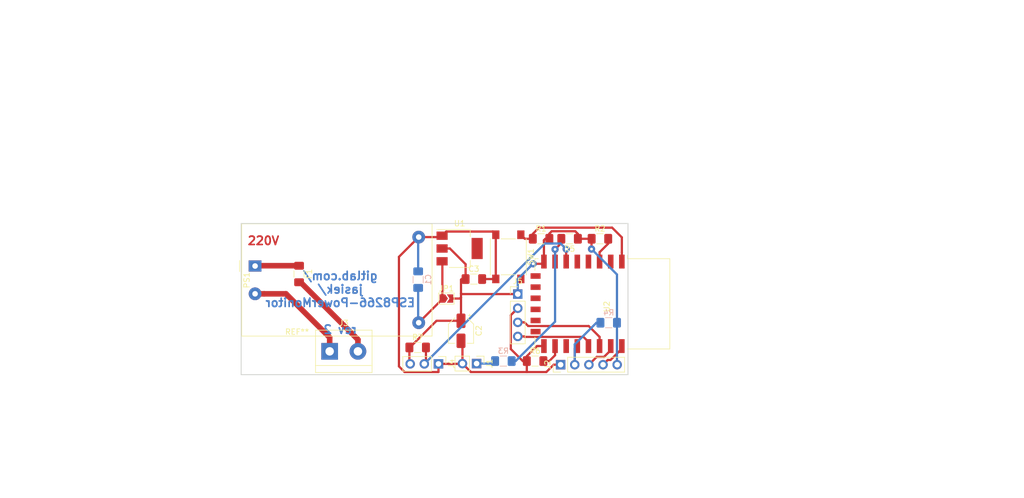
<source format=kicad_pcb>
(kicad_pcb (version 20171130) (host pcbnew "(5.1.5-0-10_14)")

  (general
    (thickness 1.6)
    (drawings 525)
    (tracks 148)
    (zones 0)
    (modules 22)
    (nets 18)
  )

  (page A4)
  (layers
    (0 F.Cu signal)
    (31 B.Cu signal)
    (32 B.Adhes user)
    (33 F.Adhes user)
    (34 B.Paste user)
    (35 F.Paste user)
    (36 B.SilkS user)
    (37 F.SilkS user)
    (38 B.Mask user)
    (39 F.Mask user)
    (40 Dwgs.User user)
    (41 Cmts.User user)
    (42 Eco1.User user)
    (43 Eco2.User user)
    (44 Edge.Cuts user)
    (45 Margin user)
    (46 B.CrtYd user)
    (47 F.CrtYd user)
    (48 B.Fab user)
    (49 F.Fab user)
  )

  (setup
    (last_trace_width 0.4)
    (trace_clearance 0.2)
    (zone_clearance 0.508)
    (zone_45_only no)
    (trace_min 0.2)
    (via_size 1.3)
    (via_drill 0.5)
    (via_min_size 0.4)
    (via_min_drill 0.3)
    (uvia_size 0.3)
    (uvia_drill 0.1)
    (uvias_allowed no)
    (uvia_min_size 0.2)
    (uvia_min_drill 0.1)
    (edge_width 0.15)
    (segment_width 0.2)
    (pcb_text_width 0.3)
    (pcb_text_size 1.5 1.5)
    (mod_edge_width 0.15)
    (mod_text_size 1 1)
    (mod_text_width 0.15)
    (pad_size 1.524 1.524)
    (pad_drill 0.762)
    (pad_to_mask_clearance 0.2)
    (aux_axis_origin 0 0)
    (visible_elements FFFFEFFF)
    (pcbplotparams
      (layerselection 0x3ffff_ffffffff)
      (usegerberextensions false)
      (usegerberattributes false)
      (usegerberadvancedattributes false)
      (creategerberjobfile false)
      (excludeedgelayer true)
      (linewidth 1.000000)
      (plotframeref false)
      (viasonmask false)
      (mode 1)
      (useauxorigin false)
      (hpglpennumber 1)
      (hpglpenspeed 20)
      (hpglpendiameter 15.000000)
      (psnegative false)
      (psa4output false)
      (plotreference true)
      (plotvalue false)
      (plotinvisibletext false)
      (padsonsilk false)
      (subtractmaskfromsilk false)
      (outputformat 1)
      (mirror false)
      (drillshape 0)
      (scaleselection 1)
      (outputdirectory "gerbers"))
  )

  (net 0 "")
  (net 1 GND)
  (net 2 "Net-(C1-Pad1)")
  (net 3 +3.3V)
  (net 4 "Net-(F1-Pad1)")
  (net 5 AC-L)
  (net 6 PULSE)
  (net 7 _PROG)
  (net 8 RXD)
  (net 9 TXD)
  (net 10 AC-N)
  (net 11 "Net-(R1-Pad1)")
  (net 12 "Net-(R2-Pad2)")
  (net 13 "Net-(R3-Pad1)")
  (net 14 "Net-(R6-Pad2)")
  (net 15 DS18B20_DQ)
  (net 16 SCL)
  (net 17 SDA)

  (net_class Default "This is the default net class."
    (clearance 0.2)
    (trace_width 0.4)
    (via_dia 1.3)
    (via_drill 0.5)
    (uvia_dia 0.3)
    (uvia_drill 0.1)
    (add_net +3.3V)
    (add_net DS18B20_DQ)
    (add_net GND)
    (add_net "Net-(C1-Pad1)")
    (add_net "Net-(R1-Pad1)")
    (add_net "Net-(R2-Pad2)")
    (add_net "Net-(R3-Pad1)")
    (add_net "Net-(R6-Pad2)")
    (add_net PULSE)
    (add_net RXD)
    (add_net SCL)
    (add_net SDA)
    (add_net TXD)
    (add_net _PROG)
  )

  (net_class AC ""
    (clearance 1)
    (trace_width 1)
    (via_dia 1.3)
    (via_drill 0.5)
    (uvia_dia 0.3)
    (uvia_drill 0.1)
    (add_net AC-L)
    (add_net AC-N)
    (add_net "Net-(F1-Pad1)")
  )

  (net_class "Copper Outline" ""
    (clearance 0.2)
    (trace_width 0.2)
    (via_dia 0.6)
    (via_drill 0.4)
    (uvia_dia 0.3)
    (uvia_drill 0.1)
  )

  (net_class Outline ""
    (clearance 0.2)
    (trace_width 0.2)
    (via_dia 0.6)
    (via_drill 0.4)
    (uvia_dia 0.3)
    (uvia_drill 0.1)
  )

  (module MountingHole:MountingHole_2.5mm (layer F.Cu) (tedit 56D1B4CB) (tstamp 5ECBE11E)
    (at 117.65 113.8)
    (descr "Mounting Hole 2.5mm, no annular")
    (tags "mounting hole 2.5mm no annular")
    (attr virtual)
    (fp_text reference REF** (at 0 -3.5) (layer F.SilkS)
      (effects (font (size 1 1) (thickness 0.15)))
    )
    (fp_text value MountingHole_2.5mm (at 0 3.5) (layer F.Fab)
      (effects (font (size 1 1) (thickness 0.15)))
    )
    (fp_circle (center 0 0) (end 2.75 0) (layer F.CrtYd) (width 0.05))
    (fp_circle (center 0 0) (end 2.5 0) (layer Cmts.User) (width 0.15))
    (fp_text user %R (at 0.3 0) (layer F.Fab)
      (effects (font (size 1 1) (thickness 0.15)))
    )
    (pad 1 np_thru_hole circle (at 0 0) (size 2.5 2.5) (drill 2.5) (layers *.Cu *.Mask))
  )

  (module Connector_PinHeader_2.54mm:PinHeader_1x04_P2.54mm_Vertical (layer F.Cu) (tedit 59FED5CC) (tstamp 5EA6942F)
    (at 157.3 103.5)
    (descr "Through hole straight pin header, 1x04, 2.54mm pitch, single row")
    (tags "Through hole pin header THT 1x04 2.54mm single row")
    (path /5EAA8055)
    (fp_text reference J5 (at 0 -2.33) (layer F.SilkS)
      (effects (font (size 1 1) (thickness 0.15)))
    )
    (fp_text value CONN_I2C (at 0 9.95) (layer F.Fab)
      (effects (font (size 1 1) (thickness 0.15)))
    )
    (fp_text user %R (at 0 3.81 90) (layer F.Fab)
      (effects (font (size 1 1) (thickness 0.15)))
    )
    (fp_line (start 1.8 -1.8) (end -1.8 -1.8) (layer F.CrtYd) (width 0.05))
    (fp_line (start 1.8 9.4) (end 1.8 -1.8) (layer F.CrtYd) (width 0.05))
    (fp_line (start -1.8 9.4) (end 1.8 9.4) (layer F.CrtYd) (width 0.05))
    (fp_line (start -1.8 -1.8) (end -1.8 9.4) (layer F.CrtYd) (width 0.05))
    (fp_line (start -1.33 -1.33) (end 0 -1.33) (layer F.SilkS) (width 0.12))
    (fp_line (start -1.33 0) (end -1.33 -1.33) (layer F.SilkS) (width 0.12))
    (fp_line (start -1.33 1.27) (end 1.33 1.27) (layer F.SilkS) (width 0.12))
    (fp_line (start 1.33 1.27) (end 1.33 8.95) (layer F.SilkS) (width 0.12))
    (fp_line (start -1.33 1.27) (end -1.33 8.95) (layer F.SilkS) (width 0.12))
    (fp_line (start -1.33 8.95) (end 1.33 8.95) (layer F.SilkS) (width 0.12))
    (fp_line (start -1.27 -0.635) (end -0.635 -1.27) (layer F.Fab) (width 0.1))
    (fp_line (start -1.27 8.89) (end -1.27 -0.635) (layer F.Fab) (width 0.1))
    (fp_line (start 1.27 8.89) (end -1.27 8.89) (layer F.Fab) (width 0.1))
    (fp_line (start 1.27 -1.27) (end 1.27 8.89) (layer F.Fab) (width 0.1))
    (fp_line (start -0.635 -1.27) (end 1.27 -1.27) (layer F.Fab) (width 0.1))
    (pad 4 thru_hole oval (at 0 7.62) (size 1.7 1.7) (drill 1) (layers *.Cu *.Mask)
      (net 17 SDA))
    (pad 3 thru_hole oval (at 0 5.08) (size 1.7 1.7) (drill 1) (layers *.Cu *.Mask)
      (net 16 SCL))
    (pad 2 thru_hole oval (at 0 2.54) (size 1.7 1.7) (drill 1) (layers *.Cu *.Mask)
      (net 1 GND))
    (pad 1 thru_hole rect (at 0 0) (size 1.7 1.7) (drill 1) (layers *.Cu *.Mask)
      (net 3 +3.3V))
    (model ${KISYS3DMOD}/Connector_PinHeader_2.54mm.3dshapes/PinHeader_1x04_P2.54mm_Vertical.wrl
      (at (xyz 0 0 0))
      (scale (xyz 1 1 1))
      (rotate (xyz 0 0 0))
    )
  )

  (module RF_Module:ESP-12E (layer F.Cu) (tedit 5A030172) (tstamp 5EA299A7)
    (at 172.5 105.25 270)
    (descr "Wi-Fi Module, http://wiki.ai-thinker.com/_media/esp8266/docs/aithinker_esp_12f_datasheet_en.pdf")
    (tags "Wi-Fi Module")
    (path /5E9EB5E9)
    (attr smd)
    (fp_text reference U2 (at 0.5 -0.8 90) (layer F.SilkS)
      (effects (font (size 1 1) (thickness 0.15)))
    )
    (fp_text value ESP-12F (at -0.06 -12.78 90) (layer F.Fab)
      (effects (font (size 1 1) (thickness 0.15)))
    )
    (fp_text user Antenna (at -0.06 -7 270) (layer Cmts.User)
      (effects (font (size 1 1) (thickness 0.15)))
    )
    (fp_text user "KEEP-OUT ZONE" (at 0.03 -9.55 270) (layer Cmts.User)
      (effects (font (size 1 1) (thickness 0.15)))
    )
    (fp_text user %R (at 0.49 -0.8 90) (layer F.Fab)
      (effects (font (size 1 1) (thickness 0.15)))
    )
    (fp_line (start -8 -12) (end 8 -12) (layer F.Fab) (width 0.12))
    (fp_line (start 8 -12) (end 8 12) (layer F.Fab) (width 0.12))
    (fp_line (start 8 12) (end -8 12) (layer F.Fab) (width 0.12))
    (fp_line (start -8 12) (end -8 -3) (layer F.Fab) (width 0.12))
    (fp_line (start -8 -3) (end -7.5 -3.5) (layer F.Fab) (width 0.12))
    (fp_line (start -7.5 -3.5) (end -8 -4) (layer F.Fab) (width 0.12))
    (fp_line (start -8 -4) (end -8 -12) (layer F.Fab) (width 0.12))
    (fp_line (start -9.05 -12.2) (end 9.05 -12.2) (layer F.CrtYd) (width 0.05))
    (fp_line (start 9.05 -12.2) (end 9.05 13.1) (layer F.CrtYd) (width 0.05))
    (fp_line (start 9.05 13.1) (end -9.05 13.1) (layer F.CrtYd) (width 0.05))
    (fp_line (start -9.05 13.1) (end -9.05 -12.2) (layer F.CrtYd) (width 0.05))
    (fp_line (start -8.12 -12.12) (end 8.12 -12.12) (layer F.SilkS) (width 0.12))
    (fp_line (start 8.12 -12.12) (end 8.12 -4.5) (layer F.SilkS) (width 0.12))
    (fp_line (start 8.12 11.5) (end 8.12 12.12) (layer F.SilkS) (width 0.12))
    (fp_line (start 8.12 12.12) (end 6 12.12) (layer F.SilkS) (width 0.12))
    (fp_line (start -6 12.12) (end -8.12 12.12) (layer F.SilkS) (width 0.12))
    (fp_line (start -8.12 12.12) (end -8.12 11.5) (layer F.SilkS) (width 0.12))
    (fp_line (start -8.12 -4.5) (end -8.12 -12.12) (layer F.SilkS) (width 0.12))
    (fp_line (start -8.12 -4.5) (end -8.73 -4.5) (layer F.SilkS) (width 0.12))
    (fp_line (start -8.12 -12.12) (end 8.12 -12.12) (layer Dwgs.User) (width 0.12))
    (fp_line (start 8.12 -12.12) (end 8.12 -4.8) (layer Dwgs.User) (width 0.12))
    (fp_line (start 8.12 -4.8) (end -8.12 -4.8) (layer Dwgs.User) (width 0.12))
    (fp_line (start -8.12 -4.8) (end -8.12 -12.12) (layer Dwgs.User) (width 0.12))
    (fp_line (start -8.12 -9.12) (end -5.12 -12.12) (layer Dwgs.User) (width 0.12))
    (fp_line (start -8.12 -6.12) (end -2.12 -12.12) (layer Dwgs.User) (width 0.12))
    (fp_line (start -6.44 -4.8) (end 0.88 -12.12) (layer Dwgs.User) (width 0.12))
    (fp_line (start -3.44 -4.8) (end 3.88 -12.12) (layer Dwgs.User) (width 0.12))
    (fp_line (start -0.44 -4.8) (end 6.88 -12.12) (layer Dwgs.User) (width 0.12))
    (fp_line (start 2.56 -4.8) (end 8.12 -10.36) (layer Dwgs.User) (width 0.12))
    (fp_line (start 5.56 -4.8) (end 8.12 -7.36) (layer Dwgs.User) (width 0.12))
    (pad 1 smd rect (at -7.6 -3.5 270) (size 2.5 1) (layers F.Cu F.Paste F.Mask)
      (net 11 "Net-(R1-Pad1)"))
    (pad 2 smd rect (at -7.6 -1.5 270) (size 2.5 1) (layers F.Cu F.Paste F.Mask))
    (pad 3 smd rect (at -7.6 0.5 270) (size 2.5 1) (layers F.Cu F.Paste F.Mask)
      (net 12 "Net-(R2-Pad2)"))
    (pad 4 smd rect (at -7.6 2.5 270) (size 2.5 1) (layers F.Cu F.Paste F.Mask))
    (pad 5 smd rect (at -7.6 4.5 270) (size 2.5 1) (layers F.Cu F.Paste F.Mask))
    (pad 6 smd rect (at -7.6 6.5 270) (size 2.5 1) (layers F.Cu F.Paste F.Mask)
      (net 15 DS18B20_DQ))
    (pad 7 smd rect (at -7.6 8.5 270) (size 2.5 1) (layers F.Cu F.Paste F.Mask)
      (net 13 "Net-(R3-Pad1)"))
    (pad 8 smd rect (at -7.6 10.5 270) (size 2.5 1) (layers F.Cu F.Paste F.Mask)
      (net 3 +3.3V))
    (pad 9 smd rect (at -5 12 270) (size 1 1.8) (layers F.Cu F.Paste F.Mask))
    (pad 10 smd rect (at -3 12 270) (size 1 1.8) (layers F.Cu F.Paste F.Mask))
    (pad 11 smd rect (at -1 12 270) (size 1 1.8) (layers F.Cu F.Paste F.Mask))
    (pad 12 smd rect (at 1 12 270) (size 1 1.8) (layers F.Cu F.Paste F.Mask))
    (pad 13 smd rect (at 3 12 270) (size 1 1.8) (layers F.Cu F.Paste F.Mask))
    (pad 14 smd rect (at 5 12 270) (size 1 1.8) (layers F.Cu F.Paste F.Mask))
    (pad 15 smd rect (at 7.6 10.5 270) (size 2.5 1) (layers F.Cu F.Paste F.Mask)
      (net 1 GND))
    (pad 16 smd rect (at 7.6 8.5 270) (size 2.5 1) (layers F.Cu F.Paste F.Mask)
      (net 14 "Net-(R6-Pad2)"))
    (pad 17 smd rect (at 7.6 6.5 270) (size 2.5 1) (layers F.Cu F.Paste F.Mask))
    (pad 18 smd rect (at 7.6 4.5 270) (size 2.5 1) (layers F.Cu F.Paste F.Mask)
      (net 7 _PROG))
    (pad 19 smd rect (at 7.6 2.5 270) (size 2.5 1) (layers F.Cu F.Paste F.Mask)
      (net 17 SDA))
    (pad 20 smd rect (at 7.6 0.5 270) (size 2.5 1) (layers F.Cu F.Paste F.Mask)
      (net 16 SCL))
    (pad 21 smd rect (at 7.6 -1.5 270) (size 2.5 1) (layers F.Cu F.Paste F.Mask)
      (net 8 RXD))
    (pad 22 smd rect (at 7.6 -3.5 270) (size 2.5 1) (layers F.Cu F.Paste F.Mask)
      (net 9 TXD))
    (model ${KISYS3DMOD}/RF_Module.3dshapes/ESP-12E.wrl
      (at (xyz 0 0 0))
      (scale (xyz 1 1 1))
      (rotate (xyz 0 0 0))
    )
  )

  (module Connector_PinHeader_2.54mm:PinHeader_1x05_P2.54mm_Vertical (layer F.Cu) (tedit 59FED5CC) (tstamp 5EA2A963)
    (at 165 116.2 90)
    (descr "Through hole straight pin header, 1x05, 2.54mm pitch, single row")
    (tags "Through hole pin header THT 1x05 2.54mm single row")
    (path /5EA4449E)
    (fp_text reference J2 (at 0 -2.33 90) (layer F.SilkS)
      (effects (font (size 1 1) (thickness 0.15)))
    )
    (fp_text value CONN_PROG (at 2.1 6.8 180) (layer F.Fab)
      (effects (font (size 1 1) (thickness 0.15)))
    )
    (fp_line (start -0.635 -1.27) (end 1.27 -1.27) (layer F.Fab) (width 0.1))
    (fp_line (start 1.27 -1.27) (end 1.27 11.43) (layer F.Fab) (width 0.1))
    (fp_line (start 1.27 11.43) (end -1.27 11.43) (layer F.Fab) (width 0.1))
    (fp_line (start -1.27 11.43) (end -1.27 -0.635) (layer F.Fab) (width 0.1))
    (fp_line (start -1.27 -0.635) (end -0.635 -1.27) (layer F.Fab) (width 0.1))
    (fp_line (start -1.33 11.49) (end 1.33 11.49) (layer F.SilkS) (width 0.12))
    (fp_line (start -1.33 1.27) (end -1.33 11.49) (layer F.SilkS) (width 0.12))
    (fp_line (start 1.33 1.27) (end 1.33 11.49) (layer F.SilkS) (width 0.12))
    (fp_line (start -1.33 1.27) (end 1.33 1.27) (layer F.SilkS) (width 0.12))
    (fp_line (start -1.33 0) (end -1.33 -1.33) (layer F.SilkS) (width 0.12))
    (fp_line (start -1.33 -1.33) (end 0 -1.33) (layer F.SilkS) (width 0.12))
    (fp_line (start -1.8 -1.8) (end -1.8 11.95) (layer F.CrtYd) (width 0.05))
    (fp_line (start -1.8 11.95) (end 1.8 11.95) (layer F.CrtYd) (width 0.05))
    (fp_line (start 1.8 11.95) (end 1.8 -1.8) (layer F.CrtYd) (width 0.05))
    (fp_line (start 1.8 -1.8) (end -1.8 -1.8) (layer F.CrtYd) (width 0.05))
    (fp_text user %R (at 0 5.08) (layer F.Fab)
      (effects (font (size 1 1) (thickness 0.15)))
    )
    (pad 1 thru_hole rect (at 0 0 90) (size 1.7 1.7) (drill 1) (layers *.Cu *.Mask)
      (net 1 GND))
    (pad 2 thru_hole oval (at 0 2.54 90) (size 1.7 1.7) (drill 1) (layers *.Cu *.Mask)
      (net 7 _PROG))
    (pad 3 thru_hole oval (at 0 5.08 90) (size 1.7 1.7) (drill 1) (layers *.Cu *.Mask)
      (net 8 RXD))
    (pad 4 thru_hole oval (at 0 7.62 90) (size 1.7 1.7) (drill 1) (layers *.Cu *.Mask)
      (net 9 TXD))
    (pad 5 thru_hole oval (at 0 10.16 90) (size 1.7 1.7) (drill 1) (layers *.Cu *.Mask)
      (net 3 +3.3V))
    (model ${KISYS3DMOD}/Connector_PinHeader_2.54mm.3dshapes/PinHeader_1x05_P2.54mm_Vertical.wrl
      (at (xyz 0 0 0))
      (scale (xyz 1 1 1))
      (rotate (xyz 0 0 0))
    )
  )

  (module Jumper:SolderJumper-2_P1.3mm_Open_TrianglePad1.0x1.5mm (layer F.Cu) (tedit 5A64794F) (tstamp 5EA2A8F5)
    (at 144.475 104.3)
    (descr "SMD Solder Jumper, 1x1.5mm Triangular Pads, 0.3mm gap, open")
    (tags "solder jumper open")
    (path /5E9FB45C)
    (attr virtual)
    (fp_text reference JP1 (at 0 -1.8) (layer F.SilkS)
      (effects (font (size 1 1) (thickness 0.15)))
    )
    (fp_text value "3.3V BYPASS" (at 0 1.9) (layer F.Fab)
      (effects (font (size 1 1) (thickness 0.15)))
    )
    (fp_line (start -1.4 1) (end -1.4 -1) (layer F.SilkS) (width 0.12))
    (fp_line (start 1.4 1) (end -1.4 1) (layer F.SilkS) (width 0.12))
    (fp_line (start 1.4 -1) (end 1.4 1) (layer F.SilkS) (width 0.12))
    (fp_line (start -1.4 -1) (end 1.4 -1) (layer F.SilkS) (width 0.12))
    (fp_line (start -1.65 -1.25) (end 1.65 -1.25) (layer F.CrtYd) (width 0.05))
    (fp_line (start -1.65 -1.25) (end -1.65 1.25) (layer F.CrtYd) (width 0.05))
    (fp_line (start 1.65 1.25) (end 1.65 -1.25) (layer F.CrtYd) (width 0.05))
    (fp_line (start 1.65 1.25) (end -1.65 1.25) (layer F.CrtYd) (width 0.05))
    (pad 2 smd custom (at 0.725 0) (size 0.3 0.3) (layers F.Cu F.Mask)
      (net 3 +3.3V) (zone_connect 2)
      (options (clearance outline) (anchor rect))
      (primitives
        (gr_poly (pts
           (xy -0.65 -0.75) (xy 0.5 -0.75) (xy 0.5 0.75) (xy -0.65 0.75) (xy -0.15 0)
) (width 0))
      ))
    (pad 1 smd custom (at -0.725 0) (size 0.3 0.3) (layers F.Cu F.Mask)
      (net 2 "Net-(C1-Pad1)") (zone_connect 2)
      (options (clearance outline) (anchor rect))
      (primitives
        (gr_poly (pts
           (xy -0.5 -0.75) (xy 0.5 -0.75) (xy 1 0) (xy 0.5 0.75) (xy -0.5 0.75)
) (width 0))
      ))
  )

  (module Resistor_SMD:R_1206_3216Metric_Pad1.42x1.75mm_HandSolder (layer F.Cu) (tedit 5B301BBD) (tstamp 5EA2A880)
    (at 161.4875 93.55)
    (descr "Resistor SMD 1206 (3216 Metric), square (rectangular) end terminal, IPC_7351 nominal with elongated pad for handsoldering. (Body size source: http://www.tortai-tech.com/upload/download/2011102023233369053.pdf), generated with kicad-footprint-generator")
    (tags "resistor handsolder")
    (path /5EA0AB12)
    (attr smd)
    (fp_text reference R1 (at 0 -1.82) (layer F.SilkS)
      (effects (font (size 1 1) (thickness 0.15)))
    )
    (fp_text value 10k (at 0 1.82) (layer F.Fab)
      (effects (font (size 1 1) (thickness 0.15)))
    )
    (fp_line (start -1.6 0.8) (end -1.6 -0.8) (layer F.Fab) (width 0.1))
    (fp_line (start -1.6 -0.8) (end 1.6 -0.8) (layer F.Fab) (width 0.1))
    (fp_line (start 1.6 -0.8) (end 1.6 0.8) (layer F.Fab) (width 0.1))
    (fp_line (start 1.6 0.8) (end -1.6 0.8) (layer F.Fab) (width 0.1))
    (fp_line (start -0.602064 -0.91) (end 0.602064 -0.91) (layer F.SilkS) (width 0.12))
    (fp_line (start -0.602064 0.91) (end 0.602064 0.91) (layer F.SilkS) (width 0.12))
    (fp_line (start -2.45 1.12) (end -2.45 -1.12) (layer F.CrtYd) (width 0.05))
    (fp_line (start -2.45 -1.12) (end 2.45 -1.12) (layer F.CrtYd) (width 0.05))
    (fp_line (start 2.45 -1.12) (end 2.45 1.12) (layer F.CrtYd) (width 0.05))
    (fp_line (start 2.45 1.12) (end -2.45 1.12) (layer F.CrtYd) (width 0.05))
    (fp_text user %R (at -0.0875 0.1) (layer F.Fab)
      (effects (font (size 0.8 0.8) (thickness 0.12)))
    )
    (pad 1 smd roundrect (at -1.4875 0) (size 1.425 1.75) (layers F.Cu F.Paste F.Mask) (roundrect_rratio 0.175439)
      (net 11 "Net-(R1-Pad1)"))
    (pad 2 smd roundrect (at 1.4875 0) (size 1.425 1.75) (layers F.Cu F.Paste F.Mask) (roundrect_rratio 0.175439)
      (net 3 +3.3V))
    (model ${KISYS3DMOD}/Resistor_SMD.3dshapes/R_1206_3216Metric.wrl
      (at (xyz 0 0 0))
      (scale (xyz 1 1 1))
      (rotate (xyz 0 0 0))
    )
  )

  (module Resistor_SMD:R_1206_3216Metric_Pad1.42x1.75mm_HandSolder (layer F.Cu) (tedit 5B301BBD) (tstamp 5EA2A850)
    (at 172.0625 93.55)
    (descr "Resistor SMD 1206 (3216 Metric), square (rectangular) end terminal, IPC_7351 nominal with elongated pad for handsoldering. (Body size source: http://www.tortai-tech.com/upload/download/2011102023233369053.pdf), generated with kicad-footprint-generator")
    (tags "resistor handsolder")
    (path /5EA0C348)
    (attr smd)
    (fp_text reference R2 (at 0 -1.82) (layer F.SilkS)
      (effects (font (size 1 1) (thickness 0.15)))
    )
    (fp_text value 10k (at 0 1.82) (layer F.Fab)
      (effects (font (size 1 1) (thickness 0.15)))
    )
    (fp_text user %R (at 0 0) (layer F.Fab)
      (effects (font (size 0.8 0.8) (thickness 0.12)))
    )
    (fp_line (start 2.45 1.12) (end -2.45 1.12) (layer F.CrtYd) (width 0.05))
    (fp_line (start 2.45 -1.12) (end 2.45 1.12) (layer F.CrtYd) (width 0.05))
    (fp_line (start -2.45 -1.12) (end 2.45 -1.12) (layer F.CrtYd) (width 0.05))
    (fp_line (start -2.45 1.12) (end -2.45 -1.12) (layer F.CrtYd) (width 0.05))
    (fp_line (start -0.602064 0.91) (end 0.602064 0.91) (layer F.SilkS) (width 0.12))
    (fp_line (start -0.602064 -0.91) (end 0.602064 -0.91) (layer F.SilkS) (width 0.12))
    (fp_line (start 1.6 0.8) (end -1.6 0.8) (layer F.Fab) (width 0.1))
    (fp_line (start 1.6 -0.8) (end 1.6 0.8) (layer F.Fab) (width 0.1))
    (fp_line (start -1.6 -0.8) (end 1.6 -0.8) (layer F.Fab) (width 0.1))
    (fp_line (start -1.6 0.8) (end -1.6 -0.8) (layer F.Fab) (width 0.1))
    (pad 2 smd roundrect (at 1.4875 0) (size 1.425 1.75) (layers F.Cu F.Paste F.Mask) (roundrect_rratio 0.175439)
      (net 12 "Net-(R2-Pad2)"))
    (pad 1 smd roundrect (at -1.4875 0) (size 1.425 1.75) (layers F.Cu F.Paste F.Mask) (roundrect_rratio 0.175439)
      (net 3 +3.3V))
    (model ${KISYS3DMOD}/Resistor_SMD.3dshapes/R_1206_3216Metric.wrl
      (at (xyz 0 0 0))
      (scale (xyz 1 1 1))
      (rotate (xyz 0 0 0))
    )
  )

  (module Resistor_SMD:R_1206_3216Metric_Pad1.42x1.75mm_HandSolder (layer B.Cu) (tedit 5B301BBD) (tstamp 5ECBC6AE)
    (at 154.7125 115.55 180)
    (descr "Resistor SMD 1206 (3216 Metric), square (rectangular) end terminal, IPC_7351 nominal with elongated pad for handsoldering. (Body size source: http://www.tortai-tech.com/upload/download/2011102023233369053.pdf), generated with kicad-footprint-generator")
    (tags "resistor handsolder")
    (path /5EA1E8A4)
    (attr smd)
    (fp_text reference R3 (at 0 1.82) (layer B.SilkS)
      (effects (font (size 1 1) (thickness 0.15)) (justify mirror))
    )
    (fp_text value 470 (at 0 -1.82) (layer B.Fab)
      (effects (font (size 1 1) (thickness 0.15)) (justify mirror))
    )
    (fp_text user %R (at 0.2125 0.35 90) (layer F.Fab)
      (effects (font (size 0.8 0.8) (thickness 0.12)))
    )
    (fp_line (start 2.45 -1.12) (end -2.45 -1.12) (layer B.CrtYd) (width 0.05))
    (fp_line (start 2.45 1.12) (end 2.45 -1.12) (layer B.CrtYd) (width 0.05))
    (fp_line (start -2.45 1.12) (end 2.45 1.12) (layer B.CrtYd) (width 0.05))
    (fp_line (start -2.45 -1.12) (end -2.45 1.12) (layer B.CrtYd) (width 0.05))
    (fp_line (start -0.602064 -0.91) (end 0.602064 -0.91) (layer B.SilkS) (width 0.12))
    (fp_line (start -0.602064 0.91) (end 0.602064 0.91) (layer B.SilkS) (width 0.12))
    (fp_line (start 1.6 -0.8) (end -1.6 -0.8) (layer B.Fab) (width 0.1))
    (fp_line (start 1.6 0.8) (end 1.6 -0.8) (layer B.Fab) (width 0.1))
    (fp_line (start -1.6 0.8) (end 1.6 0.8) (layer B.Fab) (width 0.1))
    (fp_line (start -1.6 -0.8) (end -1.6 0.8) (layer B.Fab) (width 0.1))
    (pad 2 smd roundrect (at 1.4875 0 180) (size 1.425 1.75) (layers B.Cu B.Paste B.Mask) (roundrect_rratio 0.175439)
      (net 6 PULSE))
    (pad 1 smd roundrect (at -1.4875 0 180) (size 1.425 1.75) (layers B.Cu B.Paste B.Mask) (roundrect_rratio 0.175439)
      (net 13 "Net-(R3-Pad1)"))
    (model ${KISYS3DMOD}/Resistor_SMD.3dshapes/R_1206_3216Metric.wrl
      (at (xyz 0 0 0))
      (scale (xyz 1 1 1))
      (rotate (xyz 0 0 0))
    )
  )

  (module Resistor_SMD:R_1206_3216Metric_Pad1.42x1.75mm_HandSolder (layer F.Cu) (tedit 5B301BBD) (tstamp 5EA2A7C0)
    (at 166.6125 93.55 180)
    (descr "Resistor SMD 1206 (3216 Metric), square (rectangular) end terminal, IPC_7351 nominal with elongated pad for handsoldering. (Body size source: http://www.tortai-tech.com/upload/download/2011102023233369053.pdf), generated with kicad-footprint-generator")
    (tags "resistor handsolder")
    (path /5EA1A4E0)
    (attr smd)
    (fp_text reference R5 (at 0 -1.82 180) (layer F.SilkS)
      (effects (font (size 1 1) (thickness 0.15)))
    )
    (fp_text value 10k (at 0 1.82 180) (layer F.Fab)
      (effects (font (size 1 1) (thickness 0.15)))
    )
    (fp_line (start -1.6 0.8) (end -1.6 -0.8) (layer F.Fab) (width 0.1))
    (fp_line (start -1.6 -0.8) (end 1.6 -0.8) (layer F.Fab) (width 0.1))
    (fp_line (start 1.6 -0.8) (end 1.6 0.8) (layer F.Fab) (width 0.1))
    (fp_line (start 1.6 0.8) (end -1.6 0.8) (layer F.Fab) (width 0.1))
    (fp_line (start -0.602064 -0.91) (end 0.602064 -0.91) (layer F.SilkS) (width 0.12))
    (fp_line (start -0.602064 0.91) (end 0.602064 0.91) (layer F.SilkS) (width 0.12))
    (fp_line (start -2.45 1.12) (end -2.45 -1.12) (layer F.CrtYd) (width 0.05))
    (fp_line (start -2.45 -1.12) (end 2.45 -1.12) (layer F.CrtYd) (width 0.05))
    (fp_line (start 2.45 -1.12) (end 2.45 1.12) (layer F.CrtYd) (width 0.05))
    (fp_line (start 2.45 1.12) (end -2.45 1.12) (layer F.CrtYd) (width 0.05))
    (fp_text user %R (at 0 0 180) (layer F.Fab)
      (effects (font (size 0.8 0.8) (thickness 0.12)))
    )
    (pad 1 smd roundrect (at -1.4875 0 180) (size 1.425 1.75) (layers F.Cu F.Paste F.Mask) (roundrect_rratio 0.175439)
      (net 3 +3.3V))
    (pad 2 smd roundrect (at 1.4875 0 180) (size 1.425 1.75) (layers F.Cu F.Paste F.Mask) (roundrect_rratio 0.175439)
      (net 13 "Net-(R3-Pad1)"))
    (model ${KISYS3DMOD}/Resistor_SMD.3dshapes/R_1206_3216Metric.wrl
      (at (xyz 0 0 0))
      (scale (xyz 1 1 1))
      (rotate (xyz 0 0 0))
    )
  )

  (module Resistor_SMD:R_1206_3216Metric_Pad1.42x1.75mm_HandSolder (layer F.Cu) (tedit 5B301BBD) (tstamp 5ECBC490)
    (at 160.4125 115.55)
    (descr "Resistor SMD 1206 (3216 Metric), square (rectangular) end terminal, IPC_7351 nominal with elongated pad for handsoldering. (Body size source: http://www.tortai-tech.com/upload/download/2011102023233369053.pdf), generated with kicad-footprint-generator")
    (tags "resistor handsolder")
    (path /5EA0EA76)
    (attr smd)
    (fp_text reference R6 (at 0 -1.82) (layer F.SilkS)
      (effects (font (size 1 1) (thickness 0.15)))
    )
    (fp_text value 10k (at 0 1.82) (layer F.Fab)
      (effects (font (size 1 1) (thickness 0.15)))
    )
    (fp_text user %R (at 0 0) (layer F.Fab)
      (effects (font (size 0.8 0.8) (thickness 0.12)))
    )
    (fp_line (start 2.45 1.12) (end -2.45 1.12) (layer F.CrtYd) (width 0.05))
    (fp_line (start 2.45 -1.12) (end 2.45 1.12) (layer F.CrtYd) (width 0.05))
    (fp_line (start -2.45 -1.12) (end 2.45 -1.12) (layer F.CrtYd) (width 0.05))
    (fp_line (start -2.45 1.12) (end -2.45 -1.12) (layer F.CrtYd) (width 0.05))
    (fp_line (start -0.602064 0.91) (end 0.602064 0.91) (layer F.SilkS) (width 0.12))
    (fp_line (start -0.602064 -0.91) (end 0.602064 -0.91) (layer F.SilkS) (width 0.12))
    (fp_line (start 1.6 0.8) (end -1.6 0.8) (layer F.Fab) (width 0.1))
    (fp_line (start 1.6 -0.8) (end 1.6 0.8) (layer F.Fab) (width 0.1))
    (fp_line (start -1.6 -0.8) (end 1.6 -0.8) (layer F.Fab) (width 0.1))
    (fp_line (start -1.6 0.8) (end -1.6 -0.8) (layer F.Fab) (width 0.1))
    (pad 2 smd roundrect (at 1.4875 0) (size 1.425 1.75) (layers F.Cu F.Paste F.Mask) (roundrect_rratio 0.175439)
      (net 14 "Net-(R6-Pad2)"))
    (pad 1 smd roundrect (at -1.4875 0) (size 1.425 1.75) (layers F.Cu F.Paste F.Mask) (roundrect_rratio 0.175439)
      (net 1 GND))
    (model ${KISYS3DMOD}/Resistor_SMD.3dshapes/R_1206_3216Metric.wrl
      (at (xyz 0 0 0))
      (scale (xyz 1 1 1))
      (rotate (xyz 0 0 0))
    )
  )

  (module Button_Switch_SMD:SW_Push_1P1T_NO_6x6mm_H9.5mm (layer F.Cu) (tedit 5CA1CA7F) (tstamp 5EA2A74E)
    (at 155.6 96.8 270)
    (descr "tactile push button, 6x6mm e.g. PTS645xx series, height=9.5mm")
    (tags "tact sw push 6mm smd")
    (path /5EA11774)
    (attr smd)
    (fp_text reference SW1 (at 0 -4.05 90) (layer F.SilkS)
      (effects (font (size 1 1) (thickness 0.15)))
    )
    (fp_text value SW_RESET (at 0 4.15 90) (layer F.Fab)
      (effects (font (size 1 1) (thickness 0.15)))
    )
    (fp_text user %R (at 0 -4.05 90) (layer F.Fab)
      (effects (font (size 1 1) (thickness 0.15)))
    )
    (fp_line (start -3 -3) (end -3 3) (layer F.Fab) (width 0.1))
    (fp_line (start -3 3) (end 3 3) (layer F.Fab) (width 0.1))
    (fp_line (start 3 3) (end 3 -3) (layer F.Fab) (width 0.1))
    (fp_line (start 3 -3) (end -3 -3) (layer F.Fab) (width 0.1))
    (fp_line (start 5 3.25) (end 5 -3.25) (layer F.CrtYd) (width 0.05))
    (fp_line (start -5 -3.25) (end -5 3.25) (layer F.CrtYd) (width 0.05))
    (fp_line (start -5 3.25) (end 5 3.25) (layer F.CrtYd) (width 0.05))
    (fp_line (start -5 -3.25) (end 5 -3.25) (layer F.CrtYd) (width 0.05))
    (fp_line (start 3.23 -3.23) (end 3.23 -3.2) (layer F.SilkS) (width 0.12))
    (fp_line (start 3.23 3.23) (end 3.23 3.2) (layer F.SilkS) (width 0.12))
    (fp_line (start -3.23 3.23) (end -3.23 3.2) (layer F.SilkS) (width 0.12))
    (fp_line (start -3.23 -3.2) (end -3.23 -3.23) (layer F.SilkS) (width 0.12))
    (fp_line (start 3.23 -1.3) (end 3.23 1.3) (layer F.SilkS) (width 0.12))
    (fp_line (start -3.23 -3.23) (end 3.23 -3.23) (layer F.SilkS) (width 0.12))
    (fp_line (start -3.23 -1.3) (end -3.23 1.3) (layer F.SilkS) (width 0.12))
    (fp_line (start -3.23 3.23) (end 3.23 3.23) (layer F.SilkS) (width 0.12))
    (fp_circle (center 0 0) (end 1.75 -0.05) (layer F.Fab) (width 0.1))
    (pad 2 smd rect (at -3.975 2.25 270) (size 1.55 1.3) (layers F.Cu F.Paste F.Mask)
      (net 1 GND))
    (pad 1 smd rect (at -3.975 -2.25 270) (size 1.55 1.3) (layers F.Cu F.Paste F.Mask)
      (net 11 "Net-(R1-Pad1)"))
    (pad 1 smd rect (at 3.975 -2.25 270) (size 1.55 1.3) (layers F.Cu F.Paste F.Mask)
      (net 11 "Net-(R1-Pad1)"))
    (pad 2 smd rect (at 3.975 2.25 270) (size 1.55 1.3) (layers F.Cu F.Paste F.Mask)
      (net 1 GND))
    (model ${KISYS3DMOD}/Button_Switch_SMD.3dshapes/SW_PUSH_6mm_H9.5mm.wrl
      (at (xyz 0 0 0))
      (scale (xyz 1 1 1))
      (rotate (xyz 0 0 0))
    )
  )

  (module Package_TO_SOT_SMD:SOT-223-3_TabPin2 (layer F.Cu) (tedit 5A02FF57) (tstamp 5EA2A70B)
    (at 146.85 95.3)
    (descr "module CMS SOT223 4 pins")
    (tags "CMS SOT")
    (path /5E9ED335)
    (attr smd)
    (fp_text reference U1 (at 0 -4.5) (layer F.SilkS)
      (effects (font (size 1 1) (thickness 0.15)))
    )
    (fp_text value AMS1117-3.3 (at 0 4.5) (layer F.Fab)
      (effects (font (size 1 1) (thickness 0.15)))
    )
    (fp_text user %R (at 0 0 90) (layer F.Fab)
      (effects (font (size 0.8 0.8) (thickness 0.12)))
    )
    (fp_line (start 1.91 3.41) (end 1.91 2.15) (layer F.SilkS) (width 0.12))
    (fp_line (start 1.91 -3.41) (end 1.91 -2.15) (layer F.SilkS) (width 0.12))
    (fp_line (start 4.4 -3.6) (end -4.4 -3.6) (layer F.CrtYd) (width 0.05))
    (fp_line (start 4.4 3.6) (end 4.4 -3.6) (layer F.CrtYd) (width 0.05))
    (fp_line (start -4.4 3.6) (end 4.4 3.6) (layer F.CrtYd) (width 0.05))
    (fp_line (start -4.4 -3.6) (end -4.4 3.6) (layer F.CrtYd) (width 0.05))
    (fp_line (start -1.85 -2.35) (end -0.85 -3.35) (layer F.Fab) (width 0.1))
    (fp_line (start -1.85 -2.35) (end -1.85 3.35) (layer F.Fab) (width 0.1))
    (fp_line (start -1.85 3.41) (end 1.91 3.41) (layer F.SilkS) (width 0.12))
    (fp_line (start -0.85 -3.35) (end 1.85 -3.35) (layer F.Fab) (width 0.1))
    (fp_line (start -4.1 -3.41) (end 1.91 -3.41) (layer F.SilkS) (width 0.12))
    (fp_line (start -1.85 3.35) (end 1.85 3.35) (layer F.Fab) (width 0.1))
    (fp_line (start 1.85 -3.35) (end 1.85 3.35) (layer F.Fab) (width 0.1))
    (pad 2 smd rect (at 3.15 0) (size 2 3.8) (layers F.Cu F.Paste F.Mask)
      (net 3 +3.3V))
    (pad 2 smd rect (at -3.15 0) (size 2 1.5) (layers F.Cu F.Paste F.Mask)
      (net 3 +3.3V))
    (pad 3 smd rect (at -3.15 2.3) (size 2 1.5) (layers F.Cu F.Paste F.Mask)
      (net 2 "Net-(C1-Pad1)"))
    (pad 1 smd rect (at -3.15 -2.3) (size 2 1.5) (layers F.Cu F.Paste F.Mask)
      (net 1 GND))
    (model ${KISYS3DMOD}/Package_TO_SOT_SMD.3dshapes/SOT-223.wrl
      (at (xyz 0 0 0))
      (scale (xyz 1 1 1))
      (rotate (xyz 0 0 0))
    )
  )

  (module Connector_PinHeader_2.54mm:PinHeader_1x03_P2.54mm_Vertical (layer F.Cu) (tedit 59FED5CC) (tstamp 5EA2DE40)
    (at 143.05 116.05 270)
    (descr "Through hole straight pin header, 1x03, 2.54mm pitch, single row")
    (tags "Through hole pin header THT 1x03 2.54mm single row")
    (path /5EA4E231)
    (fp_text reference J4 (at 0 -2.33 90) (layer F.SilkS)
      (effects (font (size 1 1) (thickness 0.15)))
    )
    (fp_text value CONN_TEMP (at -2.6 7 180) (layer F.Fab)
      (effects (font (size 1 1) (thickness 0.15)))
    )
    (fp_line (start -0.635 -1.27) (end 1.27 -1.27) (layer F.Fab) (width 0.1))
    (fp_line (start 1.27 -1.27) (end 1.27 6.35) (layer F.Fab) (width 0.1))
    (fp_line (start 1.27 6.35) (end -1.27 6.35) (layer F.Fab) (width 0.1))
    (fp_line (start -1.27 6.35) (end -1.27 -0.635) (layer F.Fab) (width 0.1))
    (fp_line (start -1.27 -0.635) (end -0.635 -1.27) (layer F.Fab) (width 0.1))
    (fp_line (start -1.33 6.41) (end 1.33 6.41) (layer F.SilkS) (width 0.12))
    (fp_line (start -1.33 1.27) (end -1.33 6.41) (layer F.SilkS) (width 0.12))
    (fp_line (start 1.33 1.27) (end 1.33 6.41) (layer F.SilkS) (width 0.12))
    (fp_line (start -1.33 1.27) (end 1.33 1.27) (layer F.SilkS) (width 0.12))
    (fp_line (start -1.33 0) (end -1.33 -1.33) (layer F.SilkS) (width 0.12))
    (fp_line (start -1.33 -1.33) (end 0 -1.33) (layer F.SilkS) (width 0.12))
    (fp_line (start -1.8 -1.8) (end -1.8 6.85) (layer F.CrtYd) (width 0.05))
    (fp_line (start -1.8 6.85) (end 1.8 6.85) (layer F.CrtYd) (width 0.05))
    (fp_line (start 1.8 6.85) (end 1.8 -1.8) (layer F.CrtYd) (width 0.05))
    (fp_line (start 1.8 -1.8) (end -1.8 -1.8) (layer F.CrtYd) (width 0.05))
    (fp_text user %R (at 0 2.54) (layer F.Fab)
      (effects (font (size 1 1) (thickness 0.15)))
    )
    (pad 1 thru_hole rect (at 0 0 270) (size 1.7 1.7) (drill 1) (layers *.Cu *.Mask)
      (net 1 GND))
    (pad 2 thru_hole oval (at 0 2.54 270) (size 1.7 1.7) (drill 1) (layers *.Cu *.Mask)
      (net 15 DS18B20_DQ))
    (pad 3 thru_hole oval (at 0 5.08 270) (size 1.7 1.7) (drill 1) (layers *.Cu *.Mask)
      (net 3 +3.3V))
    (model ${KISYS3DMOD}/Connector_PinHeader_2.54mm.3dshapes/PinHeader_1x03_P2.54mm_Vertical.wrl
      (at (xyz 0 0 0))
      (scale (xyz 1 1 1))
      (rotate (xyz 0 0 0))
    )
  )

  (module Resistor_SMD:R_1206_3216Metric_Pad1.42x1.75mm_HandSolder (layer B.Cu) (tedit 5B301BBD) (tstamp 5ECBD3E8)
    (at 173.6375 108.65 180)
    (descr "Resistor SMD 1206 (3216 Metric), square (rectangular) end terminal, IPC_7351 nominal with elongated pad for handsoldering. (Body size source: http://www.tortai-tech.com/upload/download/2011102023233369053.pdf), generated with kicad-footprint-generator")
    (tags "resistor handsolder")
    (path /5EA0DCAB)
    (attr smd)
    (fp_text reference R4 (at 0 1.82 180) (layer B.SilkS)
      (effects (font (size 1 1) (thickness 0.15)) (justify mirror))
    )
    (fp_text value 10k (at 0 -1.82 180) (layer B.Fab)
      (effects (font (size 1 1) (thickness 0.15)) (justify mirror))
    )
    (fp_line (start -1.6 -0.8) (end -1.6 0.8) (layer B.Fab) (width 0.1))
    (fp_line (start -1.6 0.8) (end 1.6 0.8) (layer B.Fab) (width 0.1))
    (fp_line (start 1.6 0.8) (end 1.6 -0.8) (layer B.Fab) (width 0.1))
    (fp_line (start 1.6 -0.8) (end -1.6 -0.8) (layer B.Fab) (width 0.1))
    (fp_line (start -0.602064 0.91) (end 0.602064 0.91) (layer B.SilkS) (width 0.12))
    (fp_line (start -0.602064 -0.91) (end 0.602064 -0.91) (layer B.SilkS) (width 0.12))
    (fp_line (start -2.45 -1.12) (end -2.45 1.12) (layer B.CrtYd) (width 0.05))
    (fp_line (start -2.45 1.12) (end 2.45 1.12) (layer B.CrtYd) (width 0.05))
    (fp_line (start 2.45 1.12) (end 2.45 -1.12) (layer B.CrtYd) (width 0.05))
    (fp_line (start 2.45 -1.12) (end -2.45 -1.12) (layer B.CrtYd) (width 0.05))
    (fp_text user %R (at 0 0 180) (layer B.Fab)
      (effects (font (size 0.8 0.8) (thickness 0.12)) (justify mirror))
    )
    (pad 1 smd roundrect (at -1.4875 0 180) (size 1.425 1.75) (layers B.Cu B.Paste B.Mask) (roundrect_rratio 0.175439)
      (net 3 +3.3V))
    (pad 2 smd roundrect (at 1.4875 0 180) (size 1.425 1.75) (layers B.Cu B.Paste B.Mask) (roundrect_rratio 0.175439)
      (net 7 _PROG))
    (model ${KISYS3DMOD}/Resistor_SMD.3dshapes/R_1206_3216Metric.wrl
      (at (xyz 0 0 0))
      (scale (xyz 1 1 1))
      (rotate (xyz 0 0 0))
    )
  )

  (module Capacitor_SMD:C_1206_3216Metric_Pad1.42x1.75mm_HandSolder (layer B.Cu) (tedit 5B301BBE) (tstamp 5EA2AAB7)
    (at 139.4 100.9 90)
    (descr "Capacitor SMD 1206 (3216 Metric), square (rectangular) end terminal, IPC_7351 nominal with elongated pad for handsoldering. (Body size source: http://www.tortai-tech.com/upload/download/2011102023233369053.pdf), generated with kicad-footprint-generator")
    (tags "capacitor handsolder")
    (path /5E9FE989)
    (attr smd)
    (fp_text reference C1 (at 0 1.82 270) (layer B.SilkS)
      (effects (font (size 1 1) (thickness 0.15)) (justify mirror))
    )
    (fp_text value 0.1uF (at 0 -1.82 270) (layer B.Fab)
      (effects (font (size 1 1) (thickness 0.15)) (justify mirror))
    )
    (fp_line (start -1.6 -0.8) (end -1.6 0.8) (layer B.Fab) (width 0.1))
    (fp_line (start -1.6 0.8) (end 1.6 0.8) (layer B.Fab) (width 0.1))
    (fp_line (start 1.6 0.8) (end 1.6 -0.8) (layer B.Fab) (width 0.1))
    (fp_line (start 1.6 -0.8) (end -1.6 -0.8) (layer B.Fab) (width 0.1))
    (fp_line (start -0.602064 0.91) (end 0.602064 0.91) (layer B.SilkS) (width 0.12))
    (fp_line (start -0.602064 -0.91) (end 0.602064 -0.91) (layer B.SilkS) (width 0.12))
    (fp_line (start -2.45 -1.12) (end -2.45 1.12) (layer B.CrtYd) (width 0.05))
    (fp_line (start -2.45 1.12) (end 2.45 1.12) (layer B.CrtYd) (width 0.05))
    (fp_line (start 2.45 1.12) (end 2.45 -1.12) (layer B.CrtYd) (width 0.05))
    (fp_line (start 2.45 -1.12) (end -2.45 -1.12) (layer B.CrtYd) (width 0.05))
    (fp_text user %R (at 0.25 -3 270) (layer B.Fab)
      (effects (font (size 0.8 0.8) (thickness 0.12)) (justify mirror))
    )
    (pad 1 smd roundrect (at -1.4875 0 90) (size 1.425 1.75) (layers B.Cu B.Paste B.Mask) (roundrect_rratio 0.175439)
      (net 2 "Net-(C1-Pad1)"))
    (pad 2 smd roundrect (at 1.4875 0 90) (size 1.425 1.75) (layers B.Cu B.Paste B.Mask) (roundrect_rratio 0.175439)
      (net 1 GND))
    (model ${KISYS3DMOD}/Capacitor_SMD.3dshapes/C_1206_3216Metric.wrl
      (at (xyz 0 0 0))
      (scale (xyz 1 1 1))
      (rotate (xyz 0 0 0))
    )
  )

  (module Capacitor_SMD:CP_Elec_4x5.3 (layer F.Cu) (tedit 5BCA39CF) (tstamp 5EA2C3F7)
    (at 147.1 110.1 270)
    (descr "SMD capacitor, aluminum electrolytic, Vishay, 4.0x5.3mm")
    (tags "capacitor electrolytic")
    (path /5E9FF675)
    (attr smd)
    (fp_text reference C2 (at 0 -3.2 90) (layer F.SilkS)
      (effects (font (size 1 1) (thickness 0.15)))
    )
    (fp_text value 10uF (at 0 3.2 90) (layer F.Fab)
      (effects (font (size 1 1) (thickness 0.15)))
    )
    (fp_circle (center 0 0) (end 2 0) (layer F.Fab) (width 0.1))
    (fp_line (start 2.15 -2.15) (end 2.15 2.15) (layer F.Fab) (width 0.1))
    (fp_line (start -1.15 -2.15) (end 2.15 -2.15) (layer F.Fab) (width 0.1))
    (fp_line (start -1.15 2.15) (end 2.15 2.15) (layer F.Fab) (width 0.1))
    (fp_line (start -2.15 -1.15) (end -2.15 1.15) (layer F.Fab) (width 0.1))
    (fp_line (start -2.15 -1.15) (end -1.15 -2.15) (layer F.Fab) (width 0.1))
    (fp_line (start -2.15 1.15) (end -1.15 2.15) (layer F.Fab) (width 0.1))
    (fp_line (start -1.574773 -1) (end -1.174773 -1) (layer F.Fab) (width 0.1))
    (fp_line (start -1.374773 -1.2) (end -1.374773 -0.8) (layer F.Fab) (width 0.1))
    (fp_line (start 2.26 2.26) (end 2.26 1.06) (layer F.SilkS) (width 0.12))
    (fp_line (start 2.26 -2.26) (end 2.26 -1.06) (layer F.SilkS) (width 0.12))
    (fp_line (start -1.195563 -2.26) (end 2.26 -2.26) (layer F.SilkS) (width 0.12))
    (fp_line (start -1.195563 2.26) (end 2.26 2.26) (layer F.SilkS) (width 0.12))
    (fp_line (start -2.26 1.195563) (end -2.26 1.06) (layer F.SilkS) (width 0.12))
    (fp_line (start -2.26 -1.195563) (end -2.26 -1.06) (layer F.SilkS) (width 0.12))
    (fp_line (start -2.26 -1.195563) (end -1.195563 -2.26) (layer F.SilkS) (width 0.12))
    (fp_line (start -2.26 1.195563) (end -1.195563 2.26) (layer F.SilkS) (width 0.12))
    (fp_line (start -3 -1.56) (end -2.5 -1.56) (layer F.SilkS) (width 0.12))
    (fp_line (start -2.75 -1.81) (end -2.75 -1.31) (layer F.SilkS) (width 0.12))
    (fp_line (start 2.4 -2.4) (end 2.4 -1.05) (layer F.CrtYd) (width 0.05))
    (fp_line (start 2.4 -1.05) (end 3.35 -1.05) (layer F.CrtYd) (width 0.05))
    (fp_line (start 3.35 -1.05) (end 3.35 1.05) (layer F.CrtYd) (width 0.05))
    (fp_line (start 3.35 1.05) (end 2.4 1.05) (layer F.CrtYd) (width 0.05))
    (fp_line (start 2.4 1.05) (end 2.4 2.4) (layer F.CrtYd) (width 0.05))
    (fp_line (start -1.25 2.4) (end 2.4 2.4) (layer F.CrtYd) (width 0.05))
    (fp_line (start -1.25 -2.4) (end 2.4 -2.4) (layer F.CrtYd) (width 0.05))
    (fp_line (start -2.4 1.25) (end -1.25 2.4) (layer F.CrtYd) (width 0.05))
    (fp_line (start -2.4 -1.25) (end -1.25 -2.4) (layer F.CrtYd) (width 0.05))
    (fp_line (start -2.4 -1.25) (end -2.4 -1.05) (layer F.CrtYd) (width 0.05))
    (fp_line (start -2.4 1.05) (end -2.4 1.25) (layer F.CrtYd) (width 0.05))
    (fp_line (start -2.4 -1.05) (end -3.35 -1.05) (layer F.CrtYd) (width 0.05))
    (fp_line (start -3.35 -1.05) (end -3.35 1.05) (layer F.CrtYd) (width 0.05))
    (fp_line (start -3.35 1.05) (end -2.4 1.05) (layer F.CrtYd) (width 0.05))
    (fp_text user %R (at 0 0 90) (layer F.Fab)
      (effects (font (size 0.8 0.8) (thickness 0.12)))
    )
    (pad 1 smd roundrect (at -1.8 0 270) (size 2.6 1.6) (layers F.Cu F.Paste F.Mask) (roundrect_rratio 0.15625)
      (net 3 +3.3V))
    (pad 2 smd roundrect (at 1.8 0 270) (size 2.6 1.6) (layers F.Cu F.Paste F.Mask) (roundrect_rratio 0.15625)
      (net 1 GND))
    (model ${KISYS3DMOD}/Capacitor_SMD.3dshapes/CP_Elec_4x5.3.wrl
      (at (xyz 0 0 0))
      (scale (xyz 1 1 1))
      (rotate (xyz 0 0 0))
    )
  )

  (module Capacitor_SMD:C_1206_3216Metric_Pad1.42x1.75mm_HandSolder (layer F.Cu) (tedit 5B301BBE) (tstamp 5ECBC902)
    (at 149.4125 100.8)
    (descr "Capacitor SMD 1206 (3216 Metric), square (rectangular) end terminal, IPC_7351 nominal with elongated pad for handsoldering. (Body size source: http://www.tortai-tech.com/upload/download/2011102023233369053.pdf), generated with kicad-footprint-generator")
    (tags "capacitor handsolder")
    (path /5EA34A36)
    (attr smd)
    (fp_text reference C3 (at 0 -1.82) (layer F.SilkS)
      (effects (font (size 1 1) (thickness 0.15)))
    )
    (fp_text value 100nF (at 0 1.82) (layer F.Fab)
      (effects (font (size 1 1) (thickness 0.15)))
    )
    (fp_text user %R (at 0 0.004999) (layer B.Fab)
      (effects (font (size 0.8 0.8) (thickness 0.12)) (justify mirror))
    )
    (fp_line (start 2.45 1.12) (end -2.45 1.12) (layer F.CrtYd) (width 0.05))
    (fp_line (start 2.45 -1.12) (end 2.45 1.12) (layer F.CrtYd) (width 0.05))
    (fp_line (start -2.45 -1.12) (end 2.45 -1.12) (layer F.CrtYd) (width 0.05))
    (fp_line (start -2.45 1.12) (end -2.45 -1.12) (layer F.CrtYd) (width 0.05))
    (fp_line (start -0.602064 0.91) (end 0.602064 0.91) (layer F.SilkS) (width 0.12))
    (fp_line (start -0.602064 -0.91) (end 0.602064 -0.91) (layer F.SilkS) (width 0.12))
    (fp_line (start 1.6 0.8) (end -1.6 0.8) (layer F.Fab) (width 0.1))
    (fp_line (start 1.6 -0.8) (end 1.6 0.8) (layer F.Fab) (width 0.1))
    (fp_line (start -1.6 -0.8) (end 1.6 -0.8) (layer F.Fab) (width 0.1))
    (fp_line (start -1.6 0.8) (end -1.6 -0.8) (layer F.Fab) (width 0.1))
    (pad 2 smd roundrect (at 1.4875 0) (size 1.425 1.75) (layers F.Cu F.Paste F.Mask) (roundrect_rratio 0.175439)
      (net 1 GND))
    (pad 1 smd roundrect (at -1.4875 0) (size 1.425 1.75) (layers F.Cu F.Paste F.Mask) (roundrect_rratio 0.175439)
      (net 3 +3.3V))
    (model ${KISYS3DMOD}/Capacitor_SMD.3dshapes/C_1206_3216Metric.wrl
      (at (xyz 0 0 0))
      (scale (xyz 1 1 1))
      (rotate (xyz 0 0 0))
    )
  )

  (module Connector_PinHeader_2.54mm:PinHeader_1x02_P2.54mm_Vertical (layer F.Cu) (tedit 59FED5CC) (tstamp 5EA300C6)
    (at 149.9 116 270)
    (descr "Through hole straight pin header, 1x02, 2.54mm pitch, single row")
    (tags "Through hole pin header THT 1x02 2.54mm single row")
    (path /5EA43248)
    (fp_text reference J1 (at 0 -2.33 90) (layer F.SilkS)
      (effects (font (size 1 1) (thickness 0.15)))
    )
    (fp_text value CONN_PULSE (at 2.5 3.1 180) (layer F.Fab)
      (effects (font (size 1 1) (thickness 0.15)))
    )
    (fp_line (start -0.635 -1.27) (end 1.27 -1.27) (layer F.Fab) (width 0.1))
    (fp_line (start 1.27 -1.27) (end 1.27 3.81) (layer F.Fab) (width 0.1))
    (fp_line (start 1.27 3.81) (end -1.27 3.81) (layer F.Fab) (width 0.1))
    (fp_line (start -1.27 3.81) (end -1.27 -0.635) (layer F.Fab) (width 0.1))
    (fp_line (start -1.27 -0.635) (end -0.635 -1.27) (layer F.Fab) (width 0.1))
    (fp_line (start -1.33 3.87) (end 1.33 3.87) (layer F.SilkS) (width 0.12))
    (fp_line (start -1.33 1.27) (end -1.33 3.87) (layer F.SilkS) (width 0.12))
    (fp_line (start 1.33 1.27) (end 1.33 3.87) (layer F.SilkS) (width 0.12))
    (fp_line (start -1.33 1.27) (end 1.33 1.27) (layer F.SilkS) (width 0.12))
    (fp_line (start -1.33 0) (end -1.33 -1.33) (layer F.SilkS) (width 0.12))
    (fp_line (start -1.33 -1.33) (end 0 -1.33) (layer F.SilkS) (width 0.12))
    (fp_line (start -1.8 -1.8) (end -1.8 4.35) (layer F.CrtYd) (width 0.05))
    (fp_line (start -1.8 4.35) (end 1.8 4.35) (layer F.CrtYd) (width 0.05))
    (fp_line (start 1.8 4.35) (end 1.8 -1.8) (layer F.CrtYd) (width 0.05))
    (fp_line (start 1.8 -1.8) (end -1.8 -1.8) (layer F.CrtYd) (width 0.05))
    (fp_text user %R (at 0 1.27 270) (layer F.Fab)
      (effects (font (size 1 1) (thickness 0.15)))
    )
    (pad 1 thru_hole rect (at 0 0 270) (size 1.7 1.7) (drill 1) (layers *.Cu *.Mask)
      (net 6 PULSE))
    (pad 2 thru_hole oval (at 0 2.54 270) (size 1.7 1.7) (drill 1) (layers *.Cu *.Mask)
      (net 1 GND))
    (model ${KISYS3DMOD}/Connector_PinHeader_2.54mm.3dshapes/PinHeader_1x02_P2.54mm_Vertical.wrl
      (at (xyz 0 0 0))
      (scale (xyz 1 1 1))
      (rotate (xyz 0 0 0))
    )
  )

  (module Resistor_SMD:R_1206_3216Metric_Pad1.42x1.75mm_HandSolder (layer F.Cu) (tedit 5B301BBD) (tstamp 5ECBBF74)
    (at 139.3125 113.1)
    (descr "Resistor SMD 1206 (3216 Metric), square (rectangular) end terminal, IPC_7351 nominal with elongated pad for handsoldering. (Body size source: http://www.tortai-tech.com/upload/download/2011102023233369053.pdf), generated with kicad-footprint-generator")
    (tags "resistor handsolder")
    (path /5ECB0601)
    (attr smd)
    (fp_text reference R7 (at 0 -1.82) (layer F.SilkS)
      (effects (font (size 1 1) (thickness 0.15)))
    )
    (fp_text value 4.7k (at 0 1.82) (layer F.Fab)
      (effects (font (size 1 1) (thickness 0.15)))
    )
    (fp_text user %R (at 0 0) (layer F.Fab)
      (effects (font (size 0.8 0.8) (thickness 0.12)))
    )
    (fp_line (start 2.45 1.12) (end -2.45 1.12) (layer F.CrtYd) (width 0.05))
    (fp_line (start 2.45 -1.12) (end 2.45 1.12) (layer F.CrtYd) (width 0.05))
    (fp_line (start -2.45 -1.12) (end 2.45 -1.12) (layer F.CrtYd) (width 0.05))
    (fp_line (start -2.45 1.12) (end -2.45 -1.12) (layer F.CrtYd) (width 0.05))
    (fp_line (start -0.602064 0.91) (end 0.602064 0.91) (layer F.SilkS) (width 0.12))
    (fp_line (start -0.602064 -0.91) (end 0.602064 -0.91) (layer F.SilkS) (width 0.12))
    (fp_line (start 1.6 0.8) (end -1.6 0.8) (layer F.Fab) (width 0.1))
    (fp_line (start 1.6 -0.8) (end 1.6 0.8) (layer F.Fab) (width 0.1))
    (fp_line (start -1.6 -0.8) (end 1.6 -0.8) (layer F.Fab) (width 0.1))
    (fp_line (start -1.6 0.8) (end -1.6 -0.8) (layer F.Fab) (width 0.1))
    (pad 2 smd roundrect (at 1.4875 0) (size 1.425 1.75) (layers F.Cu F.Paste F.Mask) (roundrect_rratio 0.175439)
      (net 15 DS18B20_DQ))
    (pad 1 smd roundrect (at -1.4875 0) (size 1.425 1.75) (layers F.Cu F.Paste F.Mask) (roundrect_rratio 0.175439)
      (net 3 +3.3V))
    (model ${KISYS3DMOD}/Resistor_SMD.3dshapes/R_1206_3216Metric.wrl
      (at (xyz 0 0 0))
      (scale (xyz 1 1 1))
      (rotate (xyz 0 0 0))
    )
  )

  (module Fuse:Fuse_1206_3216Metric_Pad1.42x1.75mm_HandSolder (layer F.Cu) (tedit 5B301BBE) (tstamp 5EA2A9E2)
    (at 118 99.8875 270)
    (descr "Fuse SMD 1206 (3216 Metric), square (rectangular) end terminal, IPC_7351 nominal with elongated pad for handsoldering. (Body size source: http://www.tortai-tech.com/upload/download/2011102023233369053.pdf), generated with kicad-footprint-generator")
    (tags "resistor handsolder")
    (path /5EA6BA40)
    (attr smd)
    (fp_text reference F1 (at 0 -1.82 90) (layer F.SilkS)
      (effects (font (size 1 1) (thickness 0.15)))
    )
    (fp_text value 100mA (at 0 1.82 90) (layer F.Fab)
      (effects (font (size 1 1) (thickness 0.15)))
    )
    (fp_line (start -1.6 0.8) (end -1.6 -0.8) (layer F.Fab) (width 0.1))
    (fp_line (start -1.6 -0.8) (end 1.6 -0.8) (layer F.Fab) (width 0.1))
    (fp_line (start 1.6 -0.8) (end 1.6 0.8) (layer F.Fab) (width 0.1))
    (fp_line (start 1.6 0.8) (end -1.6 0.8) (layer F.Fab) (width 0.1))
    (fp_line (start -0.602064 -0.91) (end 0.602064 -0.91) (layer F.SilkS) (width 0.12))
    (fp_line (start -0.602064 0.91) (end 0.602064 0.91) (layer F.SilkS) (width 0.12))
    (fp_line (start -2.45 1.12) (end -2.45 -1.12) (layer F.CrtYd) (width 0.05))
    (fp_line (start -2.45 -1.12) (end 2.45 -1.12) (layer F.CrtYd) (width 0.05))
    (fp_line (start 2.45 -1.12) (end 2.45 1.12) (layer F.CrtYd) (width 0.05))
    (fp_line (start 2.45 1.12) (end -2.45 1.12) (layer F.CrtYd) (width 0.05))
    (fp_text user %R (at 0 0 90) (layer F.Fab)
      (effects (font (size 0.8 0.8) (thickness 0.12)))
    )
    (pad 1 smd roundrect (at -1.4875 0 270) (size 1.425 1.75) (layers F.Cu F.Paste F.Mask) (roundrect_rratio 0.175439)
      (net 4 "Net-(F1-Pad1)"))
    (pad 2 smd roundrect (at 1.4875 0 270) (size 1.425 1.75) (layers F.Cu F.Paste F.Mask) (roundrect_rratio 0.175439)
      (net 5 AC-L))
    (model ${KISYS3DMOD}/Fuse.3dshapes/Fuse_1206_3216Metric.wrl
      (at (xyz 0 0 0))
      (scale (xyz 1 1 1))
      (rotate (xyz 0 0 0))
    )
  )

  (module TerminalBlock:TerminalBlock_bornier-2_P5.08mm (layer F.Cu) (tedit 59FF03AB) (tstamp 5EA2A923)
    (at 123.5 113.8)
    (descr "simple 2-pin terminal block, pitch 5.08mm, revamped version of bornier2")
    (tags "terminal block bornier2")
    (path /5EA79AB2)
    (fp_text reference J3 (at 2.54 -5.08) (layer F.SilkS)
      (effects (font (size 1 1) (thickness 0.15)))
    )
    (fp_text value CONN_AC (at 2.4 3) (layer F.Fab)
      (effects (font (size 1 1) (thickness 0.15)))
    )
    (fp_text user %R (at 2.54 0 -90) (layer F.Fab)
      (effects (font (size 1 1) (thickness 0.15)))
    )
    (fp_line (start -2.41 2.55) (end 7.49 2.55) (layer F.Fab) (width 0.1))
    (fp_line (start -2.46 -3.75) (end -2.46 3.75) (layer F.Fab) (width 0.1))
    (fp_line (start -2.46 3.75) (end 7.54 3.75) (layer F.Fab) (width 0.1))
    (fp_line (start 7.54 3.75) (end 7.54 -3.75) (layer F.Fab) (width 0.1))
    (fp_line (start 7.54 -3.75) (end -2.46 -3.75) (layer F.Fab) (width 0.1))
    (fp_line (start 7.62 2.54) (end -2.54 2.54) (layer F.SilkS) (width 0.12))
    (fp_line (start 7.62 3.81) (end 7.62 -3.81) (layer F.SilkS) (width 0.12))
    (fp_line (start 7.62 -3.81) (end -2.54 -3.81) (layer F.SilkS) (width 0.12))
    (fp_line (start -2.54 -3.81) (end -2.54 3.81) (layer F.SilkS) (width 0.12))
    (fp_line (start -2.54 3.81) (end 7.62 3.81) (layer F.SilkS) (width 0.12))
    (fp_line (start -2.71 -4) (end 7.79 -4) (layer F.CrtYd) (width 0.05))
    (fp_line (start -2.71 -4) (end -2.71 4) (layer F.CrtYd) (width 0.05))
    (fp_line (start 7.79 4) (end 7.79 -4) (layer F.CrtYd) (width 0.05))
    (fp_line (start 7.79 4) (end -2.71 4) (layer F.CrtYd) (width 0.05))
    (pad 1 thru_hole rect (at 0 0) (size 3 3) (drill 1.52) (layers *.Cu *.Mask)
      (net 10 AC-N))
    (pad 2 thru_hole circle (at 5.08 0) (size 3 3) (drill 1.52) (layers *.Cu *.Mask)
      (net 5 AC-L))
    (model ${KISYS3DMOD}/TerminalBlock.3dshapes/TerminalBlock_bornier-2_P5.08mm.wrl
      (offset (xyz 2.539999961853027 0 0))
      (scale (xyz 1 1 1))
      (rotate (xyz 0 0 0))
    )
  )

  (module Converter_ACDC:Converter_ACDC_HiLink_HLK-PMxx (layer F.Cu) (tedit 5C1AC1CD) (tstamp 5EA2A8B8)
    (at 110.1 98.45)
    (descr "ACDC-Converter, 3W, HiLink, HLK-PMxx, THT, http://www.hlktech.net/product_detail.php?ProId=54")
    (tags "ACDC-Converter 3W THT HiLink board mount module")
    (path /5EA0B50B)
    (fp_text reference PS1 (at -1.5 2.55 90) (layer F.SilkS)
      (effects (font (size 1 1) (thickness 0.15)))
    )
    (fp_text value HLK-PM03 (at 15.79 13.85) (layer F.Fab)
      (effects (font (size 1 1) (thickness 0.15)))
    )
    (fp_line (start -2.3 12.5) (end 31.7 12.5) (layer F.Fab) (width 0.1))
    (fp_line (start 31.7 12.5) (end 31.7 -7.5) (layer F.Fab) (width 0.1))
    (fp_line (start -2.3 12.5) (end -2.3 0.99) (layer F.Fab) (width 0.1))
    (fp_line (start -2.3 -7.5) (end 31.7 -7.5) (layer F.Fab) (width 0.1))
    (fp_text user %R (at 14.68 1.17) (layer F.Fab)
      (effects (font (size 1 1) (thickness 0.15)))
    )
    (fp_line (start -1.29 0) (end -2.29 1) (layer F.Fab) (width 0.1))
    (fp_line (start -2.29 -1) (end -1.29 0) (layer F.Fab) (width 0.1))
    (fp_line (start -2.3 -1) (end -2.3 -7.5) (layer F.Fab) (width 0.1))
    (fp_line (start -2.55 12.75) (end 31.95 12.75) (layer F.CrtYd) (width 0.05))
    (fp_line (start 31.95 12.75) (end 31.95 -7.75) (layer F.CrtYd) (width 0.05))
    (fp_line (start 31.95 -7.75) (end -2.55 -7.75) (layer F.CrtYd) (width 0.05))
    (fp_line (start -2.55 -7.75) (end -2.55 12.75) (layer F.CrtYd) (width 0.05))
    (fp_line (start -2.4 -7.6) (end -2.4 12.6) (layer F.SilkS) (width 0.12))
    (fp_line (start -2.4 12.6) (end 31.8 12.6) (layer F.SilkS) (width 0.12))
    (fp_line (start 31.8 12.6) (end 31.8 -7.6) (layer F.SilkS) (width 0.12))
    (fp_line (start 31.8 -7.6) (end -2.4 -7.6) (layer F.SilkS) (width 0.12))
    (fp_line (start -2.79 -1) (end -2.79 1.01) (layer F.SilkS) (width 0.12))
    (pad 3 thru_hole circle (at 29.4 -5.2) (size 2.3 2.3) (drill 1) (layers *.Cu *.Mask)
      (net 1 GND))
    (pad 1 thru_hole rect (at 0 0) (size 2.3 2) (drill 1) (layers *.Cu *.Mask)
      (net 4 "Net-(F1-Pad1)"))
    (pad 2 thru_hole circle (at 0 5) (size 2.3 2.3) (drill 1) (layers *.Cu *.Mask)
      (net 10 AC-N))
    (pad 4 thru_hole circle (at 29.4 10.2) (size 2.3 2.3) (drill 1) (layers *.Cu *.Mask)
      (net 2 "Net-(C1-Pad1)"))
    (model ${KISYS3DMOD}/Converter_ACDC.3dshapes/Converter_ACDC_HiLink_HLK-PMxx.wrl
      (at (xyz 0 0 0))
      (scale (xyz 1 1 1))
      (rotate (xyz 0 0 0))
    )
  )

  (gr_text 220V~ (at 111.6 93.9) (layer F.Cu)
    (effects (font (size 1.5 1.5) (thickness 0.3)))
  )
  (gr_text "gitlab.com/\njasiek/\nESP8266-PowerMonitor\n\nrev 2" (at 125.4 105.05) (layer B.Cu)
    (effects (font (size 1.5 1.5) (thickness 0.3)) (justify mirror))
  )
  (gr_line (start 177.1 118) (end 177.1 90.8) (layer Edge.Cuts) (width 0.15) (tstamp 5EA3092A))
  (gr_line (start 107.6 118) (end 107.6 90.8) (layer Edge.Cuts) (width 0.15) (tstamp 5EA30929))
  (gr_line (start 107.6 118) (end 177.1 118) (layer Edge.Cuts) (width 0.15) (tstamp 5EA308F0))
  (gr_line (start 107.6 90.8) (end 177.1 90.8) (layer Edge.Cuts) (width 0.15))
  (gr_line (start 101.83876 90.032201) (end 101.773772 89.991584) (layer Dwgs.User) (width 0.05))
  (gr_line (start 101.83876 94.347793) (end 101.83876 90.032201) (layer Dwgs.User) (width 0.05))
  (gr_line (start 101.83876 114.105589) (end 101.83876 95.152524) (layer Dwgs.User) (width 0.05))
  (gr_line (start 103.572613 95.152524) (end 103.868865 95.152524) (layer Dwgs.User) (width 0.05))
  (gr_line (start 103.572613 94.347793) (end 103.868865 94.347793) (layer Dwgs.User) (width 0.05))
  (gr_line (start 101.773772 94.347793) (end 103.572613 94.347793) (layer Dwgs.User) (width 0.05))
  (gr_line (start 103.572613 114.105589) (end 103.572613 114.996632) (layer Dwgs.User) (width 0.05))
  (gr_line (start 174.864163 119.289377) (end 174.864163 120.200729) (layer Dwgs.User) (width 0.05))
  (gr_line (start 174.441489 119.375689) (end 174.864163 119.289377) (layer Dwgs.User) (width 0.05))
  (gr_line (start 174.441489 120.284502) (end 174.441489 119.375689) (layer Dwgs.User) (width 0.05))
  (gr_line (start 174.800699 121.256779) (end 174.441489 120.284502) (layer Dwgs.User) (width 0.05))
  (gr_line (start 121.78695 122.231596) (end 167.777961 122.231596) (layer Dwgs.User) (width 0.05))
  (gr_line (start 121.78695 120.200729) (end 121.78695 122.231596) (layer Dwgs.User) (width 0.05))
  (gr_line (start 175.160416 120.200729) (end 175.160416 122.231596) (layer Dwgs.User) (width 0.05))
  (gr_line (start 174.800699 121.256779) (end 174.800699 120.200729) (layer Dwgs.User) (width 0.05))
  (gr_line (start 168.137678 121.256779) (end 174.800699 121.256779) (layer Dwgs.User) (width 0.05))
  (gr_line (start 168.137678 120.200729) (end 168.137678 121.256779) (layer Dwgs.User) (width 0.05))
  (gr_line (start 167.777961 122.231596) (end 167.777961 120.200729) (layer Dwgs.User) (width 0.05))
  (gr_line (start 187.811955 90.032201) (end 186.097142 90.095666) (layer Dwgs.User) (width 0.05))
  (gr_line (start 186.097142 119.078675) (end 187.811955 119.121831) (layer Dwgs.User) (width 0.05))
  (gr_line (start 187.811955 114.128437) (end 187.811955 94.875819) (layer Dwgs.User) (width 0.05))
  (gr_line (start 187.811955 119.121831) (end 187.811955 115.03725) (layer Dwgs.User) (width 0.05))
  (gr_line (start 187.832517 119.162448) (end 187.811955 119.121831) (layer Dwgs.User) (width 0.05))
  (gr_line (start 185.992806 99.574737) (end 185.992806 94.875819) (layer Dwgs.User) (width 0.05))
  (gr_line (start 185.992806 90.15913) (end 164.689012 90.15913) (layer Dwgs.User) (width 0.05))
  (gr_line (start 185.992806 94.073626) (end 185.992806 90.15913) (layer Dwgs.User) (width 0.05))
  (gr_line (start 187.832517 120.073799) (end 187.832517 119.162448) (layer Dwgs.User) (width 0.05))
  (gr_line (start 187.875166 120.137264) (end 187.832517 120.073799) (layer Dwgs.User) (width 0.05))
  (gr_line (start 187.875166 89.082771) (end 187.875166 120.137264) (layer Dwgs.User) (width 0.05))
  (gr_line (start 187.832517 89.143697) (end 187.875166 89.082771) (layer Dwgs.User) (width 0.05))
  (gr_line (start 187.832517 89.991584) (end 187.832517 89.143697) (layer Dwgs.User) (width 0.05))
  (gr_line (start 187.811955 90.032201) (end 187.832517 89.991584) (layer Dwgs.User) (width 0.05))
  (gr_line (start 187.811955 94.073626) (end 187.811955 90.032201) (layer Dwgs.User) (width 0.05))
  (gr_line (start 189.715131 87.029057) (end 189.715131 122.231596) (layer Dwgs.User) (width 0.05))
  (gr_line (start 174.800699 87.958179) (end 168.137678 87.958179) (layer Dwgs.User) (width 0.05))
  (gr_line (start 174.800699 88.996459) (end 174.800699 87.958179) (layer Dwgs.User) (width 0.05))
  (gr_line (start 175.160416 87.029057) (end 175.160416 89.016768) (layer Dwgs.User) (width 0.05))
  (gr_line (start 121.490697 120.200729) (end 121.427233 120.200729) (layer Dwgs.User) (width 0.05))
  (gr_line (start 121.490697 119.289377) (end 121.490697 120.200729) (layer Dwgs.User) (width 0.05))
  (gr_line (start 121.068023 119.375689) (end 121.490697 119.289377) (layer Dwgs.User) (width 0.05))
  (gr_line (start 121.068023 120.284502) (end 121.068023 119.375689) (layer Dwgs.User) (width 0.05))
  (gr_line (start 121.427233 121.256779) (end 121.068023 120.284502) (layer Dwgs.User) (width 0.05))
  (gr_line (start 99.743667 87.029057) (end 99.743667 122.231596) (layer Dwgs.User) (width 0.05))
  (gr_line (start 114.382663 87.029057) (end 99.743667 87.029057) (layer Dwgs.User) (width 0.05))
  (gr_line (start 114.382663 89.016768) (end 114.382663 87.029057) (layer Dwgs.User) (width 0.05))
  (gr_line (start 113.261625 89.082771) (end 101.689745 89.082771) (layer Dwgs.User) (width 0.05))
  (gr_line (start 113.261625 120.137264) (end 101.689745 120.137264) (layer Dwgs.User) (width 0.05))
  (gr_line (start 99.743667 122.231596) (end 114.382663 122.231596) (layer Dwgs.User) (width 0.05))
  (gr_line (start 121.427233 121.256779) (end 121.427233 120.200729) (layer Dwgs.User) (width 0.05))
  (gr_line (start 114.762943 121.256779) (end 121.427233 121.256779) (layer Dwgs.User) (width 0.05))
  (gr_line (start 114.762943 120.200729) (end 114.762943 121.256779) (layer Dwgs.User) (width 0.05))
  (gr_line (start 114.382663 122.231596) (end 114.382663 120.200729) (layer Dwgs.User) (width 0.05))
  (gr_line (start 174.864163 120.200729) (end 174.800699 120.200729) (layer Dwgs.User) (width 0.05))
  (gr_line (start 185.992806 115.03725) (end 185.992806 119.01521) (layer Dwgs.User) (width 0.05))
  (gr_line (start 187.832517 94.875819) (end 186.119227 94.875819) (layer Dwgs.User) (width 0.05))
  (gr_line (start 187.832517 94.073626) (end 187.832517 94.875819) (layer Dwgs.User) (width 0.05))
  (gr_line (start 186.119227 94.073626) (end 187.832517 94.073626) (layer Dwgs.User) (width 0.05))
  (gr_line (start 187.832517 114.128437) (end 186.119227 114.128437) (layer Dwgs.User) (width 0.05))
  (gr_line (start 187.832517 115.03725) (end 187.832517 114.128437) (layer Dwgs.User) (width 0.05))
  (gr_line (start 186.119227 115.03725) (end 187.832517 115.03725) (layer Dwgs.User) (width 0.05))
  (gr_line (start 186.097142 99.635663) (end 186.097142 94.875819) (layer Dwgs.User) (width 0.05))
  (gr_line (start 186.097142 99.574737) (end 186.097142 99.635663) (layer Dwgs.User) (width 0.05))
  (gr_line (start 185.992806 99.574737) (end 186.097142 99.574737) (layer Dwgs.User) (width 0.05))
  (gr_line (start 186.097142 90.095666) (end 185.992806 90.15913) (layer Dwgs.User) (width 0.05))
  (gr_line (start 186.097142 94.073626) (end 186.097142 90.095666) (layer Dwgs.User) (width 0.05))
  (gr_line (start 186.097142 119.078675) (end 186.097142 115.03725) (layer Dwgs.User) (width 0.05))
  (gr_line (start 185.992806 119.01521) (end 186.097142 119.078675) (layer Dwgs.User) (width 0.05))
  (gr_line (start 186.097142 109.685915) (end 185.992806 109.685915) (layer Dwgs.User) (width 0.05))
  (gr_line (start 186.097142 109.622451) (end 186.097142 109.685915) (layer Dwgs.User) (width 0.05))
  (gr_line (start 186.097142 114.128437) (end 186.097142 109.622451) (layer Dwgs.User) (width 0.05))
  (gr_line (start 185.992806 119.01521) (end 164.689012 119.01521) (layer Dwgs.User) (width 0.05))
  (gr_line (start 103.572613 114.996632) (end 103.868865 114.996632) (layer Dwgs.User) (width 0.05))
  (gr_line (start 103.572613 114.105589) (end 103.868865 114.105589) (layer Dwgs.User) (width 0.05))
  (gr_line (start 101.773772 114.105589) (end 103.572613 114.105589) (layer Dwgs.User) (width 0.05))
  (gr_line (start 101.773772 114.996632) (end 101.773772 114.105589) (layer Dwgs.User) (width 0.05))
  (gr_line (start 101.773772 95.152524) (end 101.773772 94.347793) (layer Dwgs.User) (width 0.05))
  (gr_line (start 103.572613 95.152524) (end 101.773772 95.152524) (layer Dwgs.User) (width 0.05))
  (gr_line (start 103.572613 94.347793) (end 103.572613 95.152524) (layer Dwgs.User) (width 0.05))
  (gr_line (start 185.992806 114.128437) (end 185.992806 109.685915) (layer Dwgs.User) (width 0.05))
  (gr_line (start 185.843791 94.073626) (end 185.843791 94.073626) (layer Dwgs.User) (width 0.05))
  (gr_line (start 185.843791 94.875819) (end 185.843791 94.073626) (layer Dwgs.User) (width 0.05))
  (gr_line (start 186.119227 94.875819) (end 185.843791 94.875819) (layer Dwgs.User) (width 0.05))
  (gr_line (start 186.119227 94.073626) (end 186.119227 94.875819) (layer Dwgs.User) (width 0.05))
  (gr_line (start 185.843791 94.073626) (end 186.119227 94.073626) (layer Dwgs.User) (width 0.05))
  (gr_line (start 185.843791 114.128437) (end 185.843791 114.128437) (layer Dwgs.User) (width 0.05))
  (gr_line (start 185.843791 115.03725) (end 185.843791 114.128437) (layer Dwgs.User) (width 0.05))
  (gr_line (start 186.119227 115.03725) (end 185.843791 115.03725) (layer Dwgs.User) (width 0.05))
  (gr_line (start 186.119227 114.128437) (end 186.119227 115.03725) (layer Dwgs.User) (width 0.05))
  (gr_line (start 185.843791 114.128437) (end 186.119227 114.128437) (layer Dwgs.User) (width 0.05))
  (gr_line (start 103.721374 114.105589) (end 103.721374 95.152524) (layer Dwgs.User) (width 0.05))
  (gr_line (start 103.721374 90.15913) (end 103.593175 90.075357) (layer Dwgs.User) (width 0.05))
  (gr_line (start 103.721374 94.347793) (end 103.721374 90.15913) (layer Dwgs.User) (width 0.05))
  (gr_line (start 103.868865 94.347793) (end 103.868865 95.152524) (layer Dwgs.User) (width 0.05))
  (gr_line (start 103.868865 114.105589) (end 103.868865 114.996632) (layer Dwgs.User) (width 0.05))
  (gr_line (start 103.593175 119.078675) (end 103.593175 114.996632) (layer Dwgs.User) (width 0.05))
  (gr_line (start 101.83876 119.142139) (end 103.593175 119.078675) (layer Dwgs.User) (width 0.05))
  (gr_line (start 103.593175 114.105589) (end 103.593175 95.152524) (layer Dwgs.User) (width 0.05))
  (gr_line (start 103.593175 90.075357) (end 101.83876 90.032201) (layer Dwgs.User) (width 0.05))
  (gr_line (start 103.593175 94.347793) (end 103.593175 90.075357) (layer Dwgs.User) (width 0.05))
  (gr_line (start 101.83876 119.142139) (end 101.83876 114.996632) (layer Dwgs.User) (width 0.05))
  (gr_line (start 101.773772 119.162448) (end 101.83876 119.142139) (layer Dwgs.User) (width 0.05))
  (gr_line (start 101.773772 120.073799) (end 101.773772 119.162448) (layer Dwgs.User) (width 0.05))
  (gr_line (start 101.689745 120.137264) (end 101.773772 120.073799) (layer Dwgs.User) (width 0.05))
  (gr_line (start 101.689745 89.082771) (end 101.689745 120.137264) (layer Dwgs.User) (width 0.05))
  (gr_line (start 101.773772 89.143697) (end 101.689745 89.082771) (layer Dwgs.User) (width 0.05))
  (gr_line (start 101.773772 89.991584) (end 101.773772 89.143697) (layer Dwgs.User) (width 0.05))
  (gr_line (start 168.074214 89.864655) (end 168.074214 89.016768) (layer Dwgs.User) (width 0.05))
  (gr_line (start 168.496888 89.778343) (end 168.074214 89.864655) (layer Dwgs.User) (width 0.05))
  (gr_line (start 168.496888 88.932995) (end 168.496888 89.778343) (layer Dwgs.User) (width 0.05))
  (gr_line (start 168.137678 87.958179) (end 168.496888 88.932995) (layer Dwgs.User) (width 0.05))
  (gr_line (start 187.875166 120.137264) (end 176.30354 120.137264) (layer Dwgs.User) (width 0.05))
  (gr_line (start 187.875166 89.082771) (end 176.30354 89.082771) (layer Dwgs.User) (width 0.05))
  (gr_line (start 175.160416 122.231596) (end 189.715131 122.231596) (layer Dwgs.User) (width 0.05))
  (gr_line (start 189.715131 87.029057) (end 175.160416 87.029057) (layer Dwgs.User) (width 0.05))
  (gr_line (start 167.777961 89.016768) (end 167.777961 87.029057) (layer Dwgs.User) (width 0.05))
  (gr_line (start 168.137678 87.958179) (end 168.137678 88.996459) (layer Dwgs.User) (width 0.05))
  (gr_line (start 103.572613 114.996632) (end 101.773772 114.996632) (layer Dwgs.User) (width 0.05))
  (gr_line (start 114.762943 87.958179) (end 115.123929 88.932995) (layer Dwgs.User) (width 0.05))
  (gr_line (start 167.777961 87.029057) (end 121.78695 87.029057) (layer Dwgs.User) (width 0.05))
  (gr_line (start 114.762943 87.958179) (end 114.762943 88.996459) (layer Dwgs.User) (width 0.05))
  (gr_line (start 121.427233 87.958179) (end 114.762943 87.958179) (layer Dwgs.User) (width 0.05))
  (gr_line (start 121.427233 88.996459) (end 121.427233 87.958179) (layer Dwgs.User) (width 0.05))
  (gr_line (start 121.78695 87.029057) (end 121.78695 89.016768) (layer Dwgs.User) (width 0.05))
  (gr_line (start 168.074214 89.016768) (end 168.137678 88.996459) (layer Dwgs.User) (width 0.05))
  (gr_line (start 114.699478 89.016768) (end 114.762943 88.996459) (layer Dwgs.User) (width 0.05))
  (gr_line (start 114.699478 89.864655) (end 114.699478 89.016768) (layer Dwgs.User) (width 0.05))
  (gr_line (start 115.123929 89.778343) (end 114.699478 89.864655) (layer Dwgs.User) (width 0.05))
  (gr_line (start 115.123929 88.932995) (end 115.123929 89.778343) (layer Dwgs.User) (width 0.05))
  (gr_line (start 164.689012 90.15913) (end 164.541775 90.055049) (layer Dwgs.User) (width 0.05))
  (gr_line (start 164.541775 119.098983) (end 164.689012 119.01521) (layer Dwgs.User) (width 0.05))
  (gr_line (start 187.028294 99.635663) (end 187.028294 109.622451) (layer Dwgs.User) (width 0.05))
  (gr_line (start 125.10894 119.098983) (end 164.541775 119.098983) (layer Dwgs.User) (width 0.05))
  (gr_line (start 125.10894 90.055049) (end 125.10894 119.098983) (layer Dwgs.User) (width 0.05))
  (gr_line (start 164.541775 90.055049) (end 125.10894 90.055049) (layer Dwgs.User) (width 0.05))
  (gr_line (start 126.863355 100.25) (end 126.863355 100.25) (layer Dwgs.User) (width 0.05))
  (gr_line (start 130.312275 100.25) (end 126.863355 100.25) (layer Dwgs.User) (width 0.05))
  (gr_line (start 130.312275 92.403238) (end 130.312275 100.25) (layer Dwgs.User) (width 0.05))
  (gr_line (start 126.863355 92.403238) (end 130.312275 92.403238) (layer Dwgs.User) (width 0.05))
  (gr_line (start 126.863355 100.25) (end 126.863355 92.403238) (layer Dwgs.User) (width 0.05))
  (gr_line (start 126.863355 116.750794) (end 126.863355 116.750794) (layer Dwgs.User) (width 0.05))
  (gr_line (start 130.312275 116.750794) (end 126.863355 116.750794) (layer Dwgs.User) (width 0.05))
  (gr_line (start 130.312275 108.904032) (end 130.312275 116.750794) (layer Dwgs.User) (width 0.05))
  (gr_line (start 126.863355 108.904032) (end 130.312275 108.904032) (layer Dwgs.User) (width 0.05))
  (gr_line (start 126.863355 116.750794) (end 126.863355 108.904032) (layer Dwgs.User) (width 0.05))
  (gr_line (start 227.687772 120.073799) (end 227.687772 118.570958) (layer Dwgs.User) (width 0.05))
  (gr_line (start 227.687772 120.073799) (end 227.285914 118.570958) (layer Dwgs.User) (width 0.05))
  (gr_line (start 228.090137 118.570958) (end 227.687772 120.073799) (layer Dwgs.User) (width 0.05))
  (gr_line (start 227.687772 89.166544) (end 227.687772 90.646539) (layer Dwgs.User) (width 0.05))
  (gr_line (start 227.687772 89.166544) (end 228.090137 90.646539) (layer Dwgs.User) (width 0.05))
  (gr_line (start 227.285914 90.646539) (end 227.687772 89.166544) (layer Dwgs.User) (width 0.05))
  (gr_line (start 227.687772 90.646539) (end 227.687772 118.570958) (layer Dwgs.User) (width 0.05))
  (gr_line (start 188.445585 120.073799) (end 228.682389 120.073799) (layer Dwgs.User) (width 0.05))
  (gr_line (start 188.445585 89.166544) (end 228.682389 89.166544) (layer Dwgs.User) (width 0.05))
  (gr_line (start 64.288793 113.790805) (end 74.272535 113.790805) (layer Dwgs.User) (width 0.05))
  (gr_line (start 246.178053 95.42923) (end 236.171972 95.42923) (layer Dwgs.User) (width 0.05))
  (gr_line (start 130.312275 106.934091) (end 131.814863 106.934091) (layer Dwgs.User) (width 0.05))
  (gr_line (start 130.312275 106.934091) (end 131.814863 106.535533) (layer Dwgs.User) (width 0.05))
  (gr_line (start 131.814863 107.337726) (end 130.312275 106.934091) (layer Dwgs.User) (width 0.05))
  (gr_line (start 126.863355 106.934091) (end 125.362545 107.337726) (layer Dwgs.User) (width 0.05))
  (gr_line (start 125.362545 106.934091) (end 126.863355 106.934091) (layer Dwgs.User) (width 0.05))
  (gr_line (start 126.863355 106.934091) (end 130.312275 106.934091) (layer Dwgs.User) (width 0.05))
  (gr_line (start 125.362545 106.535533) (end 126.863355 106.934091) (layer Dwgs.User) (width 0.05))
  (gr_line (start 125.362545 106.934091) (end 123.859703 106.934091) (layer Dwgs.User) (width 0.05))
  (gr_line (start 130.312275 108.289694) (end 130.312275 105.941505) (layer Dwgs.User) (width 0.05))
  (gr_line (start 126.863355 108.289694) (end 126.863355 105.941505) (layer Dwgs.User) (width 0.05))
  (gr_line (start 130.312275 70.063703) (end 131.814863 70.063703) (layer Dwgs.User) (width 0.05))
  (gr_line (start 130.312275 70.063703) (end 131.814863 69.660068) (layer Dwgs.User) (width 0.05))
  (gr_line (start 131.814863 70.464799) (end 130.312275 70.063703) (layer Dwgs.User) (width 0.05))
  (gr_line (start 126.863355 70.063703) (end 125.362545 70.464799) (layer Dwgs.User) (width 0.05))
  (gr_line (start 125.362545 70.063703) (end 126.863355 70.063703) (layer Dwgs.User) (width 0.05))
  (gr_line (start 126.863355 70.063703) (end 130.312275 70.063703) (layer Dwgs.User) (width 0.05))
  (gr_line (start 125.362545 69.660068) (end 126.863355 70.063703) (layer Dwgs.User) (width 0.05))
  (gr_line (start 131.814863 70.063703) (end 141.079931 70.063703) (layer Dwgs.User) (width 0.05))
  (gr_line (start 125.362545 70.063703) (end 123.859703 70.063703) (layer Dwgs.User) (width 0.05))
  (gr_line (start 130.312275 99.635663) (end 130.312275 69.068578) (layer Dwgs.User) (width 0.05))
  (gr_line (start 126.863355 99.635663) (end 126.863355 69.068578) (layer Dwgs.User) (width 0.05))
  (gr_line (start 141.27134 87.049366) (end 141.27134 88.552207) (layer Dwgs.User) (width 0.05))
  (gr_line (start 141.27134 87.049366) (end 141.671929 88.552207) (layer Dwgs.User) (width 0.05))
  (gr_line (start 140.868975 88.552207) (end 141.27134 87.049366) (layer Dwgs.User) (width 0.05))
  (gr_line (start 122.42185 87.049366) (end 142.26418 87.049366) (layer Dwgs.User) (width 0.05))
  (gr_line (start 75.817771 115.016941) (end 75.817771 116.496935) (layer Dwgs.User) (width 0.05))
  (gr_line (start 75.817771 115.016941) (end 76.220136 116.496935) (layer Dwgs.User) (width 0.05))
  (gr_line (start 75.415405 116.496935) (end 75.817771 115.016941) (layer Dwgs.User) (width 0.05))
  (gr_line (start 75.817771 114.105589) (end 75.415405 112.605287) (layer Dwgs.User) (width 0.05))
  (gr_line (start 75.817771 112.605287) (end 75.817771 114.105589) (layer Dwgs.User) (width 0.05))
  (gr_line (start 75.817771 114.105589) (end 75.817771 115.016941) (layer Dwgs.User) (width 0.05))
  (gr_line (start 76.220136 112.605287) (end 75.817771 114.105589) (layer Dwgs.User) (width 0.05))
  (gr_line (start 75.817771 116.496935) (end 75.817771 123.81821) (layer Dwgs.User) (width 0.05))
  (gr_line (start 75.817771 112.605287) (end 75.817771 111.102445) (layer Dwgs.User) (width 0.05))
  (gr_line (start 101.160958 114.105589) (end 74.823407 114.105589) (layer Dwgs.User) (width 0.05))
  (gr_line (start 101.160958 115.016941) (end 74.823407 115.016941) (layer Dwgs.User) (width 0.05))
  (gr_line (start 75.817771 87.049366) (end 75.817771 88.552207) (layer Dwgs.User) (width 0.05))
  (gr_line (start 75.817771 87.049366) (end 76.220136 88.552207) (layer Dwgs.User) (width 0.05))
  (gr_line (start 75.415405 88.552207) (end 75.817771 87.049366) (layer Dwgs.User) (width 0.05))
  (gr_line (start 75.817771 114.105589) (end 75.817771 112.605287) (layer Dwgs.User) (width 0.05))
  (gr_line (start 75.817771 114.105589) (end 75.415405 112.605287) (layer Dwgs.User) (width 0.05))
  (gr_line (start 76.220136 112.605287) (end 75.817771 114.105589) (layer Dwgs.User) (width 0.05))
  (gr_line (start 75.817771 112.605287) (end 75.817771 88.552207) (layer Dwgs.User) (width 0.05))
  (gr_line (start 99.12933 87.049366) (end 74.823407 87.049366) (layer Dwgs.User) (width 0.05))
  (gr_line (start 101.160958 114.105589) (end 74.823407 114.105589) (layer Dwgs.User) (width 0.05))
  (gr_line (start 89.758402 95.172833) (end 89.758402 96.675675) (layer Dwgs.User) (width 0.05))
  (gr_line (start 89.758402 95.172833) (end 90.160768 96.675675) (layer Dwgs.User) (width 0.05))
  (gr_line (start 89.356544 96.675675) (end 89.758402 95.172833) (layer Dwgs.User) (width 0.05))
  (gr_line (start 89.758402 94.370641) (end 89.356544 92.867799) (layer Dwgs.User) (width 0.05))
  (gr_line (start 89.758402 92.867799) (end 89.758402 94.370641) (layer Dwgs.User) (width 0.05))
  (gr_line (start 89.758402 94.370641) (end 89.758402 95.172833) (layer Dwgs.User) (width 0.05))
  (gr_line (start 90.160768 92.867799) (end 89.758402 94.370641) (layer Dwgs.User) (width 0.05))
  (gr_line (start 89.758402 96.675675) (end 89.758402 103.974102) (layer Dwgs.User) (width 0.05))
  (gr_line (start 89.758402 92.867799) (end 89.758402 91.364958) (layer Dwgs.User) (width 0.05))
  (gr_line (start 101.160958 95.172833) (end 88.764293 95.172833) (layer Dwgs.User) (width 0.05))
  (gr_line (start 101.160958 94.370641) (end 88.764293 94.370641) (layer Dwgs.User) (width 0.05))
  (gr_line (start 89.758402 87.049366) (end 89.758402 88.552207) (layer Dwgs.User) (width 0.05))
  (gr_line (start 89.758402 87.049366) (end 90.160768 88.552207) (layer Dwgs.User) (width 0.05))
  (gr_line (start 89.356544 88.552207) (end 89.758402 87.049366) (layer Dwgs.User) (width 0.05))
  (gr_line (start 89.758402 94.370641) (end 89.758402 92.867799) (layer Dwgs.User) (width 0.05))
  (gr_line (start 89.758402 94.370641) (end 89.356544 92.867799) (layer Dwgs.User) (width 0.05))
  (gr_line (start 90.160768 92.867799) (end 89.758402 94.370641) (layer Dwgs.User) (width 0.05))
  (gr_line (start 89.758402 92.867799) (end 89.758402 88.552207) (layer Dwgs.User) (width 0.05))
  (gr_line (start 99.12933 87.049366) (end 88.764293 87.049366) (layer Dwgs.User) (width 0.05))
  (gr_line (start 101.160958 94.370641) (end 88.764293 94.370641) (layer Dwgs.User) (width 0.05))
  (gr_line (start 153.878962 90.075357) (end 153.878962 91.578199) (layer Dwgs.User) (width 0.05))
  (gr_line (start 153.878962 90.075357) (end 154.28082 91.578199) (layer Dwgs.User) (width 0.05))
  (gr_line (start 153.476596 91.578199) (end 153.878962 90.075357) (layer Dwgs.User) (width 0.05))
  (gr_line (start 145.459496 119.098983) (end 154.893634 119.098983) (layer Dwgs.User) (width 0.05))
  (gr_line (start 145.459496 90.075357) (end 154.893634 90.075357) (layer Dwgs.User) (width 0.05))
  (gr_line (start 82.777044 113.684185) (end 82.777044 112.181343) (layer Dwgs.User) (width 0.05))
  (gr_line (start 82.777044 113.684185) (end 82.375186 112.181343) (layer Dwgs.User) (width 0.05))
  (gr_line (start 83.179409 112.181343) (end 82.777044 113.684185) (layer Dwgs.User) (width 0.05))
  (gr_line (start 82.777044 87.049366) (end 82.777044 88.552207) (layer Dwgs.User) (width 0.05))
  (gr_line (start 82.777044 87.049366) (end 83.179409 88.552207) (layer Dwgs.User) (width 0.05))
  (gr_line (start 82.375186 88.552207) (end 82.777044 87.049366) (layer Dwgs.User) (width 0.05))
  (gr_line (start 82.777044 88.552207) (end 82.777044 112.181343) (layer Dwgs.User) (width 0.05))
  (gr_line (start 112.034473 113.684185) (end 81.761864 113.684185) (layer Dwgs.User) (width 0.05))
  (gr_line (start 99.12933 87.049366) (end 81.761864 87.049366) (layer Dwgs.User) (width 0.05))
  (gr_line (start 113.282441 139.217258) (end 114.785029 139.217258) (layer Dwgs.User) (width 0.05))
  (gr_line (start 113.282441 139.217258) (end 114.785029 138.816162) (layer Dwgs.User) (width 0.05))
  (gr_line (start 114.785029 139.620893) (end 113.282441 139.217258) (layer Dwgs.User) (width 0.05))
  (gr_line (start 176.281454 139.217258) (end 174.780136 139.217258) (layer Dwgs.User) (width 0.05))
  (gr_line (start 176.281454 139.217258) (end 174.780136 139.620893) (layer Dwgs.User) (width 0.05))
  (gr_line (start 174.780136 138.816162) (end 176.281454 139.217258) (layer Dwgs.User) (width 0.05))
  (gr_line (start 174.780136 139.217258) (end 114.785029 139.217258) (layer Dwgs.User) (width 0.05))
  (gr_line (start 113.282441 120.815066) (end 113.282441 140.212383) (layer Dwgs.User) (width 0.05))
  (gr_line (start 176.281454 120.815066) (end 176.281454 140.212383) (layer Dwgs.User) (width 0.05))
  (gr_line (start 176.281454 77.065116) (end 174.780136 77.065116) (layer Dwgs.User) (width 0.05))
  (gr_line (start 176.281454 77.065116) (end 174.780136 77.466213) (layer Dwgs.User) (width 0.05))
  (gr_line (start 174.780136 76.661482) (end 176.281454 77.065116) (layer Dwgs.User) (width 0.05))
  (gr_line (start 113.282441 77.065116) (end 114.785029 77.065116) (layer Dwgs.User) (width 0.05))
  (gr_line (start 113.282441 77.065116) (end 114.785029 76.661482) (layer Dwgs.User) (width 0.05))
  (gr_line (start 114.785029 77.466213) (end 113.282441 77.065116) (layer Dwgs.User) (width 0.05))
  (gr_line (start 114.785029 77.065116) (end 174.780136 77.065116) (layer Dwgs.User) (width 0.05))
  (gr_line (start 176.281454 88.404969) (end 176.281454 76.049683) (layer Dwgs.User) (width 0.05))
  (gr_line (start 113.282441 88.404969) (end 113.282441 76.049683) (layer Dwgs.User) (width 0.05))
  (gr_line (start 213.683929 87.049366) (end 213.683929 88.552207) (layer Dwgs.User) (width 0.05))
  (gr_line (start 213.683929 87.049366) (end 214.086041 88.552207) (layer Dwgs.User) (width 0.05))
  (gr_line (start 213.281818 88.552207) (end 213.683929 87.049366) (layer Dwgs.User) (width 0.05))
  (gr_line (start 213.683929 99.635663) (end 213.683929 98.13536) (layer Dwgs.User) (width 0.05))
  (gr_line (start 213.683929 99.635663) (end 213.281818 98.13536) (layer Dwgs.User) (width 0.05))
  (gr_line (start 214.086041 98.13536) (end 213.683929 99.635663) (layer Dwgs.User) (width 0.05))
  (gr_line (start 213.683929 98.13536) (end 213.683929 88.552207) (layer Dwgs.User) (width 0.05))
  (gr_line (start 190.327945 87.049366) (end 214.699109 87.049366) (layer Dwgs.User) (width 0.05))
  (gr_line (start 213.683929 109.64276) (end 213.683929 108.142457) (layer Dwgs.User) (width 0.05))
  (gr_line (start 213.683929 109.64276) (end 213.281818 108.142457) (layer Dwgs.User) (width 0.05))
  (gr_line (start 214.086041 108.142457) (end 213.683929 109.64276) (layer Dwgs.User) (width 0.05))
  (gr_line (start 213.683929 99.635663) (end 213.683929 101.138504) (layer Dwgs.User) (width 0.05))
  (gr_line (start 213.683929 99.635663) (end 214.086041 101.138504) (layer Dwgs.User) (width 0.05))
  (gr_line (start 213.281818 101.138504) (end 213.683929 99.635663) (layer Dwgs.User) (width 0.05))
  (gr_line (start 213.683929 101.138504) (end 213.683929 108.142457) (layer Dwgs.User) (width 0.05))
  (gr_line (start 220.685851 87.049366) (end 220.685851 88.552207) (layer Dwgs.User) (width 0.05))
  (gr_line (start 220.685851 87.049366) (end 221.088216 88.552207) (layer Dwgs.User) (width 0.05))
  (gr_line (start 220.283739 88.552207) (end 220.685851 87.049366) (layer Dwgs.User) (width 0.05))
  (gr_line (start 220.685851 114.128437) (end 220.685851 112.625595) (layer Dwgs.User) (width 0.05))
  (gr_line (start 220.685851 114.128437) (end 220.283739 112.625595) (layer Dwgs.User) (width 0.05))
  (gr_line (start 221.088216 112.625595) (end 220.685851 114.128437) (layer Dwgs.User) (width 0.05))
  (gr_line (start 220.685851 112.625595) (end 220.685851 88.552207) (layer Dwgs.User) (width 0.05))
  (gr_line (start 190.327945 87.049366) (end 221.680214 87.049366) (layer Dwgs.User) (width 0.05))
  (gr_line (start 188.445585 114.128437) (end 221.680214 114.128437) (layer Dwgs.User) (width 0.05))
  (gr_line (start 199.700396 87.049366) (end 199.700396 88.552207) (layer Dwgs.User) (width 0.05))
  (gr_line (start 199.700396 87.049366) (end 200.102507 88.552207) (layer Dwgs.User) (width 0.05))
  (gr_line (start 199.298284 88.552207) (end 199.700396 87.049366) (layer Dwgs.User) (width 0.05))
  (gr_line (start 199.700396 94.093935) (end 199.700396 92.591094) (layer Dwgs.User) (width 0.05))
  (gr_line (start 199.700396 94.093935) (end 199.298284 92.591094) (layer Dwgs.User) (width 0.05))
  (gr_line (start 200.102507 92.591094) (end 199.700396 94.093935) (layer Dwgs.User) (width 0.05))
  (gr_line (start 199.700396 87.049366) (end 199.700396 77.806383) (layer Dwgs.User) (width 0.05))
  (gr_line (start 199.700396 92.591094) (end 199.700396 88.552207) (layer Dwgs.User) (width 0.05))
  (gr_line (start 190.327945 87.049366) (end 200.695013 87.049366) (layer Dwgs.User) (width 0.05))
  (gr_line (start 188.445585 94.093935) (end 200.695013 94.093935) (layer Dwgs.User) (width 0.05))
  (gr_line (start 220.685851 115.03725) (end 220.685851 116.540091) (layer Dwgs.User) (width 0.05))
  (gr_line (start 220.685851 115.03725) (end 221.088216 116.540091) (layer Dwgs.User) (width 0.05))
  (gr_line (start 220.283739 116.540091) (end 220.685851 115.03725) (layer Dwgs.User) (width 0.05))
  (gr_line (start 220.685851 114.128437) (end 220.283739 112.625595) (layer Dwgs.User) (width 0.05))
  (gr_line (start 220.685851 112.625595) (end 220.685851 114.128437) (layer Dwgs.User) (width 0.05))
  (gr_line (start 220.685851 114.128437) (end 220.685851 115.03725) (layer Dwgs.User) (width 0.05))
  (gr_line (start 221.088216 112.625595) (end 220.685851 114.128437) (layer Dwgs.User) (width 0.05))
  (gr_line (start 220.685851 116.540091) (end 220.685851 128.006873) (layer Dwgs.User) (width 0.05))
  (gr_line (start 220.685851 112.625595) (end 220.685851 111.145601) (layer Dwgs.User) (width 0.05))
  (gr_line (start 188.445585 115.03725) (end 221.680214 115.03725) (layer Dwgs.User) (width 0.05))
  (gr_line (start 188.445585 114.128437) (end 221.680214 114.128437) (layer Dwgs.User) (width 0.05))
  (gr_line (start 199.700396 94.898666) (end 199.700396 96.401508) (layer Dwgs.User) (width 0.05))
  (gr_line (start 199.700396 94.898666) (end 200.102507 96.401508) (layer Dwgs.User) (width 0.05))
  (gr_line (start 199.298284 96.401508) (end 199.700396 94.898666) (layer Dwgs.User) (width 0.05))
  (gr_line (start 199.700396 94.093935) (end 199.298284 92.591094) (layer Dwgs.User) (width 0.05))
  (gr_line (start 199.700396 92.591094) (end 199.700396 94.093935) (layer Dwgs.User) (width 0.05))
  (gr_line (start 199.700396 94.093935) (end 199.700396 94.898666) (layer Dwgs.User) (width 0.05))
  (gr_line (start 200.102507 92.591094) (end 199.700396 94.093935) (layer Dwgs.User) (width 0.05))
  (gr_line (start 199.700396 96.401508) (end 199.700396 105.306859) (layer Dwgs.User) (width 0.05))
  (gr_line (start 199.700396 92.591094) (end 199.700396 91.090791) (layer Dwgs.User) (width 0.05))
  (gr_line (start 188.445585 94.898666) (end 200.695013 94.898666) (layer Dwgs.User) (width 0.05))
  (gr_line (start 188.445585 94.093935) (end 200.695013 94.093935) (layer Dwgs.User) (width 0.05))
  (gr_line (start 99.764483 63.059751) (end 101.267071 63.059751) (layer Dwgs.User) (width 0.05))
  (gr_line (start 99.764483 63.059751) (end 101.267071 62.658655) (layer Dwgs.User) (width 0.05))
  (gr_line (start 101.267071 63.463386) (end 99.764483 63.059751) (layer Dwgs.User) (width 0.05))
  (gr_line (start 171.839695 63.059751) (end 170.337107 63.059751) (layer Dwgs.User) (width 0.05))
  (gr_line (start 171.839695 63.059751) (end 170.337107 63.463386) (layer Dwgs.User) (width 0.05))
  (gr_line (start 170.337107 62.658655) (end 171.839695 63.059751) (layer Dwgs.User) (width 0.05))
  (gr_line (start 170.337107 63.059751) (end 101.267071 63.059751) (layer Dwgs.User) (width 0.05))
  (gr_line (start 99.764483 86.41472) (end 99.764483 62.067165) (layer Dwgs.User) (width 0.05))
  (gr_line (start 206.702571 87.049366) (end 206.702571 88.552207) (layer Dwgs.User) (width 0.05))
  (gr_line (start 206.702571 87.049366) (end 207.104429 88.552207) (layer Dwgs.User) (width 0.05))
  (gr_line (start 206.300205 88.552207) (end 206.702571 87.049366) (layer Dwgs.User) (width 0.05))
  (gr_line (start 206.702571 95.42923) (end 206.702571 93.926389) (layer Dwgs.User) (width 0.05))
  (gr_line (start 206.702571 95.42923) (end 206.300205 93.926389) (layer Dwgs.User) (width 0.05))
  (gr_line (start 207.104429 93.926389) (end 206.702571 95.42923) (layer Dwgs.User) (width 0.05))
  (gr_line (start 206.702571 93.926389) (end 206.702571 88.552207) (layer Dwgs.User) (width 0.05))
  (gr_line (start 190.327945 87.049366) (end 207.696934 87.049366) (layer Dwgs.User) (width 0.05))
  (gr_line (start 99.764483 132.215845) (end 101.267071 132.215845) (layer Dwgs.User) (width 0.05))
  (gr_line (start 99.764483 132.215845) (end 101.267071 131.814749) (layer Dwgs.User) (width 0.05))
  (gr_line (start 101.267071 132.616941) (end 99.764483 132.215845) (layer Dwgs.User) (width 0.05))
  (gr_line (start 117.63992 132.215845) (end 116.138601 132.215845) (layer Dwgs.User) (width 0.05))
  (gr_line (start 117.63992 132.215845) (end 116.138601 132.616941) (layer Dwgs.User) (width 0.05))
  (gr_line (start 116.138601 131.814749) (end 117.63992 132.215845) (layer Dwgs.User) (width 0.05))
  (gr_line (start 116.138601 132.215845) (end 101.267071 132.215845) (layer Dwgs.User) (width 0.05))
  (gr_line (start 99.764483 122.843394) (end 99.764483 133.231278) (layer Dwgs.User) (width 0.05))
  (gr_line (start 117.63992 114.361986) (end 117.63992 133.231278) (layer Dwgs.User) (width 0.05))
  (gr_line (start 112.647287 113.684185) (end 122.654638 113.790805) (layer Dwgs.User) (width 0.05))
  (gr_line (start 117.682568 108.733947) (end 117.598795 118.738504) (layer Dwgs.User) (width 0.05))
  (gr_line (start 99.764483 70.063703) (end 101.267071 70.063703) (layer Dwgs.User) (width 0.05))
  (gr_line (start 99.764483 70.063703) (end 101.267071 69.660068) (layer Dwgs.User) (width 0.05))
  (gr_line (start 101.267071 70.464799) (end 99.764483 70.063703) (layer Dwgs.User) (width 0.05))
  (gr_line (start 126.863355 70.063703) (end 125.362545 70.063703) (layer Dwgs.User) (width 0.05))
  (gr_line (start 126.863355 70.063703) (end 125.362545 70.464799) (layer Dwgs.User) (width 0.05))
  (gr_line (start 125.362545 69.660068) (end 126.863355 70.063703) (layer Dwgs.User) (width 0.05))
  (gr_line (start 125.362545 70.063703) (end 101.267071 70.063703) (layer Dwgs.User) (width 0.05))
  (gr_line (start 99.764483 86.41472) (end 99.764483 69.068578) (layer Dwgs.User) (width 0.05))
  (gr_line (start 126.863355 91.788901) (end 126.863355 69.068578) (layer Dwgs.User) (width 0.05))
  (gr_line (start 136.023834 87.049366) (end 136.023834 88.552207) (layer Dwgs.User) (width 0.05))
  (gr_line (start 136.023834 87.049366) (end 136.4262 88.552207) (layer Dwgs.User) (width 0.05))
  (gr_line (start 135.621469 88.552207) (end 136.023834 87.049366) (layer Dwgs.User) (width 0.05))
  (gr_line (start 136.023834 87.049366) (end 136.023834 77.783536) (layer Dwgs.User) (width 0.05))
  (gr_line (start 136.023834 90.920706) (end 136.023834 88.552207) (layer Dwgs.User) (width 0.05))
  (gr_line (start 122.42185 87.049366) (end 137.018197 87.049366) (layer Dwgs.User) (width 0.05))
  (gr_line (start 105.371199 119.01521) (end 105.371199 117.512369) (layer Dwgs.User) (width 0.05))
  (gr_line (start 105.371199 119.01521) (end 104.969087 117.512369) (layer Dwgs.User) (width 0.05))
  (gr_line (start 105.772041 117.512369) (end 105.371199 119.01521) (layer Dwgs.User) (width 0.05))
  (gr_line (start 105.371199 90.15913) (end 105.371199 91.661972) (layer Dwgs.User) (width 0.05))
  (gr_line (start 105.371199 90.15913) (end 105.772041 91.661972) (layer Dwgs.User) (width 0.05))
  (gr_line (start 104.969087 91.661972) (end 105.371199 90.15913) (layer Dwgs.User) (width 0.05))
  (gr_line (start 105.371199 91.661972) (end 105.371199 117.512369) (layer Dwgs.User) (width 0.05))
  (gr_line (start 104.355004 119.01521) (end 106.386125 119.01521) (layer Dwgs.User) (width 0.05))
  (gr_line (start 104.355004 90.15913) (end 106.386125 90.15913) (layer Dwgs.User) (width 0.05))
  (gr_line (start 189.694822 56.058337) (end 188.212543 56.058337) (layer Dwgs.User) (width 0.05))
  (gr_line (start 189.694822 56.058337) (end 188.212543 56.459433) (layer Dwgs.User) (width 0.05))
  (gr_line (start 188.212543 55.657241) (end 189.694822 56.058337) (layer Dwgs.User) (width 0.05))
  (gr_line (start 99.764483 56.058337) (end 101.267071 56.058337) (layer Dwgs.User) (width 0.05))
  (gr_line (start 99.764483 56.058337) (end 101.267071 55.657241) (layer Dwgs.User) (width 0.05))
  (gr_line (start 101.267071 56.459433) (end 99.764483 56.058337) (layer Dwgs.User) (width 0.05))
  (gr_line (start 101.267071 56.058337) (end 188.212543 56.058337) (layer Dwgs.User) (width 0.05))
  (gr_line (start 189.694822 86.41472) (end 189.694822 55.063212) (layer Dwgs.User) (width 0.05))
  (gr_line (start 99.764483 86.41472) (end 99.764483 55.063212) (layer Dwgs.User) (width 0.05))
  (gr_line (start 234.669385 122.231596) (end 234.669385 120.728754) (layer Dwgs.User) (width 0.05))
  (gr_line (start 234.669385 122.231596) (end 234.267273 120.728754) (layer Dwgs.User) (width 0.05))
  (gr_line (start 235.07175 120.728754) (end 234.669385 122.231596) (layer Dwgs.User) (width 0.05))
  (gr_line (start 234.669385 87.049366) (end 234.669385 88.552207) (layer Dwgs.User) (width 0.05))
  (gr_line (start 234.669385 87.049366) (end 235.07175 88.552207) (layer Dwgs.User) (width 0.05))
  (gr_line (start 234.267273 88.552207) (end 234.669385 87.049366) (layer Dwgs.User) (width 0.05))
  (gr_line (start 234.669385 88.552207) (end 234.669385 120.728754) (layer Dwgs.User) (width 0.05))
  (gr_line (start 190.327945 122.231596) (end 235.68431 122.231596) (layer Dwgs.User) (width 0.05))
  (gr_line (start 190.327945 87.049366) (end 235.68431 87.049366) (layer Dwgs.User) (width 0.05))
  (gr_line (start 103.593175 119.078675) (end 103.721374 119.01521) (layer Dwgs.User) (width 0.05))
  (gr_line (start 124.960179 119.01521) (end 125.10894 119.098983) (layer Dwgs.User) (width 0.05))
  (gr_line (start 125.10894 90.055049) (end 124.960179 90.15913) (layer Dwgs.User) (width 0.05))
  (gr_line (start 113.261625 89.991584) (end 101.773772 89.991584) (layer Dwgs.User) (width 0.05))
  (gr_line (start 113.261625 89.143697) (end 101.773772 89.143697) (layer Dwgs.User) (width 0.05))
  (gr_line (start 187.832517 89.143697) (end 176.30354 89.143697) (layer Dwgs.User) (width 0.05))
  (gr_line (start 187.832517 89.991584) (end 176.30354 89.991584) (layer Dwgs.User) (width 0.05))
  (gr_line (start 113.261625 119.162448) (end 101.773772 119.162448) (layer Dwgs.User) (width 0.05))
  (gr_line (start 187.832517 119.162448) (end 176.30354 119.162448) (layer Dwgs.User) (width 0.05))
  (gr_line (start 113.261625 120.073799) (end 101.773772 120.073799) (layer Dwgs.User) (width 0.05))
  (gr_line (start 187.832517 120.073799) (end 176.30354 120.073799) (layer Dwgs.User) (width 0.05))
  (gr_line (start 176.30354 89.864655) (end 176.30354 89.991584) (layer Dwgs.User) (width 0.05))
  (gr_line (start 113.261625 119.289377) (end 113.261625 119.162448) (layer Dwgs.User) (width 0.05))
  (gr_line (start 174.441489 119.375689) (end 168.496888 119.375689) (layer Dwgs.User) (width 0.05))
  (gr_line (start 121.068023 119.375689) (end 115.123929 119.375689) (layer Dwgs.User) (width 0.05))
  (gr_line (start 174.441489 89.778343) (end 168.496888 89.778343) (layer Dwgs.User) (width 0.05))
  (gr_line (start 121.068023 89.778343) (end 115.123929 89.778343) (layer Dwgs.User) (width 0.05))
  (gr_line (start 113.261625 89.991584) (end 113.261625 89.864655) (layer Dwgs.User) (width 0.05))
  (gr_line (start 176.30354 119.162448) (end 176.30354 119.289377) (layer Dwgs.User) (width 0.05))
  (gr_line (start 121.068023 89.778343) (end 121.068023 88.932995) (layer Dwgs.User) (width 0.05))
  (gr_line (start 121.490697 89.864655) (end 121.068023 89.778343) (layer Dwgs.User) (width 0.05))
  (gr_line (start 168.137678 120.200729) (end 168.074214 120.200729) (layer Dwgs.User) (width 0.05))
  (gr_line (start 168.496888 119.375689) (end 168.496888 120.284502) (layer Dwgs.User) (width 0.05))
  (gr_line (start 168.074214 119.289377) (end 168.496888 119.375689) (layer Dwgs.User) (width 0.05))
  (gr_line (start 121.490697 89.864655) (end 121.490697 89.016768) (layer Dwgs.User) (width 0.05))
  (gr_line (start 168.074214 89.864655) (end 121.490697 89.864655) (layer Dwgs.User) (width 0.05))
  (gr_line (start 168.074214 120.200729) (end 121.490697 120.200729) (layer Dwgs.User) (width 0.05))
  (gr_line (start 168.074214 119.289377) (end 168.074214 120.200729) (layer Dwgs.User) (width 0.05))
  (gr_line (start 121.490697 119.289377) (end 168.074214 119.289377) (layer Dwgs.User) (width 0.05))
  (gr_line (start 113.261625 119.289377) (end 114.699478 119.289377) (layer Dwgs.User) (width 0.05))
  (gr_line (start 113.261625 120.200729) (end 113.261625 119.289377) (layer Dwgs.User) (width 0.05))
  (gr_line (start 114.699478 120.200729) (end 113.261625 120.200729) (layer Dwgs.User) (width 0.05))
  (gr_line (start 115.123929 119.375689) (end 115.123929 120.284502) (layer Dwgs.User) (width 0.05))
  (gr_line (start 114.699478 119.289377) (end 115.123929 119.375689) (layer Dwgs.User) (width 0.05))
  (gr_line (start 114.699478 120.200729) (end 114.699478 119.289377) (layer Dwgs.User) (width 0.05))
  (gr_line (start 114.762943 120.200729) (end 114.699478 120.200729) (layer Dwgs.User) (width 0.05))
  (gr_line (start 113.261625 89.864655) (end 113.261625 89.016768) (layer Dwgs.User) (width 0.05))
  (gr_line (start 114.699478 89.864655) (end 113.261625 89.864655) (layer Dwgs.User) (width 0.05))
  (gr_line (start 176.30354 120.200729) (end 174.864163 120.200729) (layer Dwgs.User) (width 0.05))
  (gr_line (start 176.30354 119.289377) (end 176.30354 120.200729) (layer Dwgs.User) (width 0.05))
  (gr_line (start 174.864163 119.289377) (end 176.30354 119.289377) (layer Dwgs.User) (width 0.05))
  (gr_line (start 176.30354 89.864655) (end 174.864163 89.864655) (layer Dwgs.User) (width 0.05))
  (gr_line (start 176.30354 89.016768) (end 176.30354 89.864655) (layer Dwgs.User) (width 0.05))
  (gr_line (start 174.441489 89.778343) (end 174.441489 88.932995) (layer Dwgs.User) (width 0.05))
  (gr_line (start 174.864163 89.864655) (end 174.441489 89.778343) (layer Dwgs.User) (width 0.05))
  (gr_line (start 174.864163 89.016768) (end 174.864163 89.864655) (layer Dwgs.User) (width 0.05))
  (gr_line (start 174.441489 88.932995) (end 168.496888 88.932995) (layer Dwgs.User) (width 0.05))
  (gr_line (start 174.800699 87.958179) (end 174.441489 88.932995) (layer Dwgs.User) (width 0.05))
  (gr_line (start 174.864163 89.016768) (end 176.30354 89.016768) (layer Dwgs.User) (width 0.05))
  (gr_line (start 174.800699 88.996459) (end 174.864163 89.016768) (layer Dwgs.User) (width 0.05))
  (gr_line (start 121.490697 89.016768) (end 168.074214 89.016768) (layer Dwgs.User) (width 0.05))
  (gr_line (start 121.427233 88.996459) (end 121.490697 89.016768) (layer Dwgs.User) (width 0.05))
  (gr_line (start 113.261625 89.016768) (end 114.699478 89.016768) (layer Dwgs.User) (width 0.05))
  (gr_line (start 121.068023 88.932995) (end 121.427233 87.958179) (layer Dwgs.User) (width 0.05))
  (gr_line (start 115.123929 88.932995) (end 121.068023 88.932995) (layer Dwgs.User) (width 0.05))
  (gr_line (start 168.496888 120.284502) (end 168.137678 121.256779) (layer Dwgs.User) (width 0.05))
  (gr_line (start 174.441489 120.284502) (end 168.496888 120.284502) (layer Dwgs.User) (width 0.05))
  (gr_line (start 115.123929 120.284502) (end 114.762943 121.256779) (layer Dwgs.User) (width 0.05))
  (gr_line (start 121.068023 120.284502) (end 115.123929 120.284502) (layer Dwgs.User) (width 0.05))
  (gr_line (start 129.042476 100.25) (end 129.042476 92.403238) (layer Dwgs.User) (width 0.05))
  (gr_line (start 126.92682 100.25) (end 126.92682 92.403238) (layer Dwgs.User) (width 0.05))
  (gr_line (start 129.042476 108.904032) (end 129.042476 116.750794) (layer Dwgs.User) (width 0.05))
  (gr_line (start 126.92682 108.904032) (end 126.92682 116.750794) (layer Dwgs.User) (width 0.05))
  (gr_line (start 103.721374 119.01521) (end 103.721374 114.996632) (layer Dwgs.User) (width 0.05))
  (gr_line (start 124.960179 119.01521) (end 103.721374 119.01521) (layer Dwgs.User) (width 0.05))
  (gr_line (start 124.960179 90.15913) (end 124.960179 119.01521) (layer Dwgs.User) (width 0.05))
  (gr_line (start 103.721374 90.15913) (end 124.960179 90.15913) (layer Dwgs.User) (width 0.05))
  (gr_line (start 120.645349 113.714648) (end 120.645349 113.714648) (layer Dwgs.User) (width 0.05))
  (gr_line (start 120.645349 114.006585) (end 120.645349 113.714648) (layer Dwgs.User) (width 0.05))
  (gr_line (start 120.411291 114.879857) (end 120.645349 114.006585) (layer Dwgs.User) (width 0.05))
  (gr_line (start 119.76776 115.831826) (end 120.411291 114.879857) (layer Dwgs.User) (width 0.05))
  (gr_line (start 118.816045 116.474088) (end 119.76776 115.831826) (layer Dwgs.User) (width 0.05))
  (gr_line (start 117.943027 116.710176) (end 118.816045 116.474088) (layer Dwgs.User) (width 0.05))
  (gr_line (start 117.651089 116.710176) (end 117.943027 116.710176) (layer Dwgs.User) (width 0.05))
  (gr_line (start 117.360422 116.710176) (end 117.651089 116.710176) (layer Dwgs.User) (width 0.05))
  (gr_line (start 116.487403 116.474088) (end 117.360422 116.710176) (layer Dwgs.User) (width 0.05))
  (gr_line (start 115.535688 115.831826) (end 116.487403 116.474088) (layer Dwgs.User) (width 0.05))
  (gr_line (start 114.89368 114.879857) (end 115.535688 115.831826) (layer Dwgs.User) (width 0.05))
  (gr_line (start 114.658099 114.006585) (end 114.89368 114.879857) (layer Dwgs.User) (width 0.05))
  (gr_line (start 114.658099 113.714648) (end 114.658099 114.006585) (layer Dwgs.User) (width 0.05))
  (gr_line (start 114.658099 113.42271) (end 114.658099 113.714648) (layer Dwgs.User) (width 0.05))
  (gr_line (start 114.89368 112.549438) (end 114.658099 113.42271) (layer Dwgs.User) (width 0.05))
  (gr_line (start 115.535688 111.597469) (end 114.89368 112.549438) (layer Dwgs.User) (width 0.05))
  (gr_line (start 116.487403 110.957746) (end 115.535688 111.597469) (layer Dwgs.User) (width 0.05))
  (gr_line (start 117.360422 110.721658) (end 116.487403 110.957746) (layer Dwgs.User) (width 0.05))
  (gr_line (start 117.651089 110.721658) (end 117.360422 110.721658) (layer Dwgs.User) (width 0.05))
  (gr_line (start 117.943027 110.721658) (end 117.651089 110.721658) (layer Dwgs.User) (width 0.05))
  (gr_line (start 118.816045 110.957746) (end 117.943027 110.721658) (layer Dwgs.User) (width 0.05))
  (gr_line (start 119.76776 111.597469) (end 118.816045 110.957746) (layer Dwgs.User) (width 0.05))
  (gr_line (start 120.411291 112.549438) (end 119.76776 111.597469) (layer Dwgs.User) (width 0.05))
  (gr_line (start 120.645349 113.42271) (end 120.411291 112.549438) (layer Dwgs.User) (width 0.05))
  (gr_line (start 120.645349 113.714648) (end 120.645349 113.42271) (layer Dwgs.User) (width 0.05))
  (gr_line (start 116.477502 113.714648) (end 116.477502 113.714648) (layer Dwgs.User) (width 0.05))
  (gr_line (start 116.477502 113.600411) (end 116.477502 113.714648) (layer Dwgs.User) (width 0.05))
  (gr_line (start 116.569907 113.257703) (end 116.477502 113.600411) (layer Dwgs.User) (width 0.05))
  (gr_line (start 116.821988 112.884531) (end 116.569907 113.257703) (layer Dwgs.User) (width 0.05))
  (gr_line (start 117.195414 112.633211) (end 116.821988 112.884531) (layer Dwgs.User) (width 0.05))
  (gr_line (start 117.538122 112.541822) (end 117.195414 112.633211) (layer Dwgs.User) (width 0.05))
  (gr_line (start 117.651089 112.541822) (end 117.538122 112.541822) (layer Dwgs.User) (width 0.05))
  (gr_line (start 117.765326 112.541822) (end 117.651089 112.541822) (layer Dwgs.User) (width 0.05))
  (gr_line (start 118.108034 112.633211) (end 117.765326 112.541822) (layer Dwgs.User) (width 0.05))
  (gr_line (start 118.482983 112.884531) (end 118.108034 112.633211) (layer Dwgs.User) (width 0.05))
  (gr_line (start 118.733541 113.257703) (end 118.482983 112.884531) (layer Dwgs.User) (width 0.05))
  (gr_line (start 118.825946 113.600411) (end 118.733541 113.257703) (layer Dwgs.User) (width 0.05))
  (gr_line (start 118.825946 113.714648) (end 118.825946 113.600411) (layer Dwgs.User) (width 0.05))
  (gr_line (start 118.825946 113.828884) (end 118.825946 113.714648) (layer Dwgs.User) (width 0.05))
  (gr_line (start 118.733541 114.171593) (end 118.825946 113.828884) (layer Dwgs.User) (width 0.05))
  (gr_line (start 118.482983 114.544764) (end 118.733541 114.171593) (layer Dwgs.User) (width 0.05))
  (gr_line (start 118.108034 114.796084) (end 118.482983 114.544764) (layer Dwgs.User) (width 0.05))
  (gr_line (start 117.765326 114.890012) (end 118.108034 114.796084) (layer Dwgs.User) (width 0.05))
  (gr_line (start 117.651089 114.890012) (end 117.765326 114.890012) (layer Dwgs.User) (width 0.05))
  (gr_line (start 117.538122 114.890012) (end 117.651089 114.890012) (layer Dwgs.User) (width 0.05))
  (gr_line (start 117.195414 114.796084) (end 117.538122 114.890012) (layer Dwgs.User) (width 0.05))
  (gr_line (start 116.821988 114.544764) (end 117.195414 114.796084) (layer Dwgs.User) (width 0.05))
  (gr_line (start 116.569907 114.171593) (end 116.821988 114.544764) (layer Dwgs.User) (width 0.05))
  (gr_line (start 116.477502 113.828884) (end 116.569907 114.171593) (layer Dwgs.User) (width 0.05))
  (gr_line (start 116.477502 113.714648) (end 116.477502 113.828884) (layer Dwgs.User) (width 0.05))
  (gr_text 10 (at 214.360716 102.59819 270) (layer Dwgs.User)
    (effects (font (size 3.49045 3.141405) (thickness 0.436306)) (justify left bottom))
  )
  (gr_text 27,1 (at 221.807143 97.457558 270) (layer Dwgs.User)
    (effects (font (size 3.49045 3.141405) (thickness 0.436306)) (justify left bottom))
  )
  (gr_text 7,05 (at 200.821434 78.270944 270) (layer Dwgs.User)
    (effects (font (size 3.49045 3.141405) (thickness 0.436306)) (justify left bottom))
  )
  (gr_text 0,9 (at 221.807143 122.675848 270) (layer Dwgs.User)
    (effects (font (size 3.49045 3.141405) (thickness 0.436306)) (justify left bottom))
  )
  (gr_text 0,8 (at 200.821434 99.975833 270) (layer Dwgs.User)
    (effects (font (size 3.49045 3.141405) (thickness 0.436306)) (justify left bottom))
  )
  (gr_text 72,1 (at 132.639395 61.940235) (layer Dwgs.User)
    (effects (font (size 3.49045 3.141405) (thickness 0.436306)) (justify left bottom))
  )
  (gr_text 8,4 (at 207.802539 88.826374 270) (layer Dwgs.User)
    (effects (font (size 3.49045 3.141405) (thickness 0.436306)) (justify left bottom))
  )
  (gr_text 17,9 (at 105.201622 131.093791) (layer Dwgs.User)
    (effects (font (size 3.49045 3.141405) (thickness 0.436306)) (justify left bottom))
  )
  (gr_text 27,15 (at 108.967103 68.941649) (layer Dwgs.User)
    (effects (font (size 3.49045 3.141405) (thickness 0.436306)) (justify left bottom))
  )
  (gr_text 5,35 (at 137.14538 78.270944 270) (layer Dwgs.User)
    (effects (font (size 3.49045 3.141405) (thickness 0.436306)) (justify left bottom))
  )
  (gr_text 28,85 (at 106.491984 100.25 270) (layer Dwgs.User)
    (effects (font (size 3.49045 3.141405) (thickness 0.436306)) (justify left bottom))
  )
  (gr_text 90 (at 142.793729 55.403383) (layer Dwgs.User)
    (effects (font (size 3.49045 3.141405) (thickness 0.436306)) (justify left bottom))
  )
  (gr_text 35,2 (at 235.790423 101.265434 270) (layer Dwgs.User)
    (effects (font (size 3.49045 3.141405) (thickness 0.436306)) (justify left bottom))
  )
  (gr_text 0,8 (at 90.879695 98.643077 270) (layer Dwgs.User)
    (effects (font (size 3.49045 3.141405) (thickness 0.436306)) (justify left bottom))
  )
  (gr_text 63,05 (at 140.424469 75.943062) (layer Dwgs.User)
    (effects (font (size 3.49045 3.141405) (thickness 0.436306)) (justify left bottom))
  )
  (gr_text 27,1 (at 76.938555 97.457558 270) (layer Dwgs.User)
    (effects (font (size 3.49045 3.141405) (thickness 0.436306)) (justify left bottom))
  )
  (gr_text 63,05 (at 140.424469 138.097743) (layer Dwgs.User)
    (effects (font (size 3.49045 3.141405) (thickness 0.436306)) (justify left bottom))
  )
  (gr_text 3,45 (at 133.802827 68.941649) (layer Dwgs.User)
    (effects (font (size 3.49045 3.141405) (thickness 0.436306)) (justify left bottom))
  )
  (gr_text 7,35 (at 90.879695 87.303224 270) (layer Dwgs.User)
    (effects (font (size 3.49045 3.141405) (thickness 0.436306)) (justify left bottom))
  )
  (gr_text A (at 238.667654 88.255193 270) (layer Dwgs.User)
    (effects (font (size 6.980901 6.282811) (thickness 0.872612)) (justify left bottom))
  )
  (gr_text 26,65 (at 83.87752 96.02072 270) (layer Dwgs.User)
    (effects (font (size 3.49045 3.141405) (thickness 0.436306)) (justify left bottom))
  )
  (gr_text A (at 66.784221 106.619306 270) (layer Dwgs.User)
    (effects (font (size 6.980901 6.282811) (thickness 0.872612)) (justify left bottom))
  )
  (gr_text 0,9 (at 76.938555 118.487185 270) (layer Dwgs.User)
    (effects (font (size 3.49045 3.141405) (thickness 0.436306)) (justify left bottom))
  )
  (gr_text 30,95 (at 228.809318 100.25 270) (layer Dwgs.User)
    (effects (font (size 3.49045 3.141405) (thickness 0.436306)) (justify left bottom))
  )
  (gr_text 12,6 (at 214.804968 89.841808 270) (layer Dwgs.User)
    (effects (font (size 3.49045 3.141405) (thickness 0.436306)) (justify left bottom))
  )

  (segment (start 143.45 93.25) (end 143.7 93) (width 0.4) (layer F.Cu) (net 1))
  (segment (start 139.5 93.25) (end 143.45 93.25) (width 0.4) (layer F.Cu) (net 1))
  (segment (start 152.775 92.25) (end 153.35 92.825) (width 0.4) (layer F.Cu) (net 1))
  (segment (start 144.45 92.25) (end 152.775 92.25) (width 0.4) (layer F.Cu) (net 1))
  (segment (start 143.7 93) (end 144.45 92.25) (width 0.4) (layer F.Cu) (net 1))
  (segment (start 153.325 100.8) (end 153.35 100.775) (width 0.4) (layer F.Cu) (net 1))
  (segment (start 150.9 100.8) (end 153.325 100.8) (width 0.4) (layer F.Cu) (net 1))
  (segment (start 147.31 116.05) (end 147.36 116) (width 0.4) (layer F.Cu) (net 1))
  (segment (start 143.05 116.05) (end 147.31 116.05) (width 0.4) (layer F.Cu) (net 1))
  (segment (start 163.75 116.2) (end 165 116.2) (width 0.4) (layer F.Cu) (net 1))
  (segment (start 162.42501 117.52499) (end 163.75 116.2) (width 0.4) (layer F.Cu) (net 1))
  (segment (start 147.36 116) (end 148.88499 117.52499) (width 0.4) (layer F.Cu) (net 1))
  (segment (start 158.925 117.52498) (end 158.925 115.55) (width 0.4) (layer F.Cu) (net 1))
  (segment (start 158.92499 117.52499) (end 158.925 117.52498) (width 0.4) (layer F.Cu) (net 1))
  (segment (start 148.88499 117.52499) (end 158.92499 117.52499) (width 0.4) (layer F.Cu) (net 1))
  (segment (start 158.92499 117.52499) (end 162.42501 117.52499) (width 0.4) (layer F.Cu) (net 1))
  (segment (start 161.1 112.85) (end 162 112.85) (width 0.4) (layer F.Cu) (net 1))
  (segment (start 160.75 112.85) (end 161.1 112.85) (width 0.4) (layer F.Cu) (net 1))
  (segment (start 158.925 114.675) (end 160.75 112.85) (width 0.4) (layer F.Cu) (net 1))
  (segment (start 158.925 115.55) (end 158.925 114.675) (width 0.4) (layer F.Cu) (net 1))
  (segment (start 139.4 93.35) (end 139.5 93.25) (width 0.4) (layer B.Cu) (net 1))
  (segment (start 139.4 99.4125) (end 139.4 93.35) (width 0.4) (layer B.Cu) (net 1))
  (segment (start 138.350001 94.399999) (end 139.5 93.25) (width 0.4) (layer F.Cu) (net 1))
  (segment (start 143.05 116.05) (end 143.049999 117.52499) (width 0.4) (layer F.Cu) (net 1))
  (segment (start 135.95 116.5) (end 135.95 96.8) (width 0.4) (layer F.Cu) (net 1))
  (segment (start 135.95 96.8) (end 138.350001 94.399999) (width 0.4) (layer F.Cu) (net 1))
  (segment (start 136.97499 117.52499) (end 135.95 116.5) (width 0.4) (layer F.Cu) (net 1))
  (segment (start 143.049999 117.52499) (end 136.97499 117.52499) (width 0.4) (layer F.Cu) (net 1))
  (segment (start 147.36 112.16) (end 147.1 111.9) (width 0.4) (layer F.Cu) (net 1))
  (segment (start 147.36 116) (end 147.36 112.16) (width 0.4) (layer F.Cu) (net 1))
  (segment (start 156.450001 106.889999) (end 157.3 106.04) (width 0.4) (layer F.Cu) (net 1))
  (segment (start 156.049999 113.387499) (end 156.049999 107.290001) (width 0.4) (layer F.Cu) (net 1))
  (segment (start 156.049999 107.290001) (end 156.450001 106.889999) (width 0.4) (layer F.Cu) (net 1))
  (segment (start 158.2125 115.55) (end 156.049999 113.387499) (width 0.4) (layer F.Cu) (net 1))
  (segment (start 158.925 115.55) (end 158.2125 115.55) (width 0.4) (layer F.Cu) (net 1))
  (segment (start 153.35 100.9) (end 153.35 100.775) (width 0.4) (layer F.Cu) (net 1))
  (segment (start 153.35 100.775) (end 153.35 92.825) (width 0.4) (layer F.Cu) (net 1))
  (segment (start 143.75 104.4) (end 143.75 104.3) (width 0.4) (layer F.Cu) (net 2))
  (segment (start 139.5 108.65) (end 143.75 104.4) (width 0.4) (layer F.Cu) (net 2))
  (segment (start 139.4 108.55) (end 139.5 108.65) (width 0.4) (layer B.Cu) (net 2))
  (segment (start 139.4 102.3875) (end 139.4 108.55) (width 0.4) (layer B.Cu) (net 2))
  (segment (start 143.75 97.65) (end 143.7 97.6) (width 0.4) (layer F.Cu) (net 2))
  (segment (start 143.75 104.3) (end 143.75 97.65) (width 0.4) (layer F.Cu) (net 2))
  (segment (start 168.1 93.55) (end 170.575 93.55) (width 0.4) (layer F.Cu) (net 3))
  (segment (start 168.1 92.675) (end 168.1 93.55) (width 0.4) (layer F.Cu) (net 3))
  (segment (start 167.625 92.2) (end 168.1 92.675) (width 0.4) (layer F.Cu) (net 3))
  (segment (start 163.4 92.2) (end 167.625 92.2) (width 0.4) (layer F.Cu) (net 3))
  (segment (start 162.975 92.625) (end 163.4 92.2) (width 0.4) (layer F.Cu) (net 3))
  (segment (start 162.975 93.55) (end 162.975 92.625) (width 0.4) (layer F.Cu) (net 3))
  (segment (start 162.2625 93.55) (end 162.975 93.55) (width 0.4) (layer F.Cu) (net 3))
  (segment (start 162 93.8125) (end 162.2625 93.55) (width 0.4) (layer F.Cu) (net 3))
  (segment (start 162 97.65) (end 162 93.8125) (width 0.4) (layer F.Cu) (net 3))
  (segment (start 175.125 116.165) (end 175.16 116.2) (width 0.4) (layer B.Cu) (net 3))
  (segment (start 175.125 108.65) (end 175.125 116.165) (width 0.4) (layer B.Cu) (net 3))
  (via (at 170.55 95.4) (size 1.3) (drill 0.5) (layers F.Cu B.Cu) (net 3))
  (segment (start 175.125 99.975) (end 170.55 95.4) (width 0.4) (layer B.Cu) (net 3))
  (segment (start 175.125 108.65) (end 175.125 99.975) (width 0.4) (layer B.Cu) (net 3))
  (segment (start 170.55 93.575) (end 170.575 93.55) (width 0.4) (layer F.Cu) (net 3))
  (segment (start 170.55 95.4) (end 170.55 93.575) (width 0.4) (layer F.Cu) (net 3))
  (segment (start 137.825 115.905) (end 137.97 116.05) (width 0.4) (layer F.Cu) (net 3))
  (segment (start 137.825 113.1) (end 137.825 115.905) (width 0.4) (layer F.Cu) (net 3))
  (segment (start 147.2125 100.8) (end 147.925 100.8) (width 0.4) (layer F.Cu) (net 3))
  (segment (start 147.1 100.9125) (end 147.2125 100.8) (width 0.4) (layer F.Cu) (net 3))
  (segment (start 146.9 104.3) (end 145.2 104.3) (width 0.4) (layer F.Cu) (net 3))
  (segment (start 147.1 104.1) (end 146.9 104.3) (width 0.4) (layer F.Cu) (net 3))
  (segment (start 147.1 108.3) (end 147.1 104.1) (width 0.4) (layer F.Cu) (net 3))
  (segment (start 146.3 108.3) (end 147.1 108.3) (width 0.4) (layer F.Cu) (net 3))
  (segment (start 142.7 108.3) (end 146.3 108.3) (width 0.4) (layer F.Cu) (net 3))
  (segment (start 137.9 113.1) (end 142.7 108.3) (width 0.4) (layer F.Cu) (net 3))
  (segment (start 137.825 113.1) (end 137.9 113.1) (width 0.4) (layer F.Cu) (net 3))
  (segment (start 147.925 99.925) (end 147.925 100.8) (width 0.4) (layer F.Cu) (net 3))
  (segment (start 147.925 98.125) (end 147.925 99.925) (width 0.4) (layer F.Cu) (net 3))
  (segment (start 145.1 95.3) (end 147.925 98.125) (width 0.4) (layer F.Cu) (net 3))
  (segment (start 143.7 95.3) (end 145.1 95.3) (width 0.4) (layer F.Cu) (net 3))
  (segment (start 147.2 103.5) (end 157.3 103.5) (width 0.4) (layer F.Cu) (net 3))
  (segment (start 147.1 103.4) (end 147.2 103.5) (width 0.4) (layer F.Cu) (net 3))
  (segment (start 147.1 104.1) (end 147.1 103.4) (width 0.4) (layer F.Cu) (net 3))
  (segment (start 147.1 103.4) (end 147.1 100.9125) (width 0.4) (layer F.Cu) (net 3))
  (via (at 160.05 98.05) (size 1.3) (drill 0.5) (layers F.Cu B.Cu) (net 3))
  (segment (start 157.3 100.8) (end 160.05 98.05) (width 0.4) (layer B.Cu) (net 3))
  (segment (start 157.3 103.5) (end 157.3 100.8) (width 0.4) (layer B.Cu) (net 3))
  (segment (start 161.6 98.05) (end 162 97.65) (width 0.4) (layer F.Cu) (net 3))
  (segment (start 160.05 98.05) (end 161.6 98.05) (width 0.4) (layer F.Cu) (net 3))
  (segment (start 117.95 98.45) (end 118 98.4) (width 0.4) (layer F.Cu) (net 4))
  (segment (start 110.15 98.4) (end 110.1 98.45) (width 1) (layer F.Cu) (net 4))
  (segment (start 118 98.4) (end 110.15 98.4) (width 1) (layer F.Cu) (net 4))
  (segment (start 128.58 111.67868) (end 118.27632 101.375) (width 1) (layer F.Cu) (net 5))
  (segment (start 118.27632 101.375) (end 118 101.375) (width 1) (layer F.Cu) (net 5))
  (segment (start 128.58 113.8) (end 128.58 111.67868) (width 1) (layer F.Cu) (net 5))
  (segment (start 152.775 116) (end 153.225 115.55) (width 0.4) (layer B.Cu) (net 6))
  (segment (start 149.9 116) (end 152.775 116) (width 0.4) (layer B.Cu) (net 6))
  (segment (start 167.54 112.5475) (end 167.54 114.997919) (width 0.4) (layer B.Cu) (net 7))
  (segment (start 171.4375 108.65) (end 167.54 112.5475) (width 0.4) (layer B.Cu) (net 7))
  (segment (start 167.54 114.997919) (end 167.54 116.2) (width 0.4) (layer B.Cu) (net 7))
  (segment (start 172.15 108.65) (end 171.4375 108.65) (width 0.4) (layer B.Cu) (net 7))
  (segment (start 167.54 113.31) (end 168 112.85) (width 0.4) (layer F.Cu) (net 7))
  (segment (start 167.54 116.2) (end 167.54 113.31) (width 0.4) (layer F.Cu) (net 7))
  (segment (start 172.8 114.8) (end 174 113.6) (width 0.4) (layer F.Cu) (net 8))
  (segment (start 171.48 114.8) (end 172.8 114.8) (width 0.4) (layer F.Cu) (net 8))
  (segment (start 174 113.6) (end 174 112.85) (width 0.4) (layer F.Cu) (net 8))
  (segment (start 170.08 116.2) (end 171.48 114.8) (width 0.4) (layer F.Cu) (net 8))
  (segment (start 173.970001 115.350001) (end 176 113.320002) (width 0.4) (layer F.Cu) (net 9))
  (segment (start 176 113.320002) (end 176 112.85) (width 0.4) (layer F.Cu) (net 9))
  (segment (start 173.469999 115.350001) (end 173.970001 115.350001) (width 0.4) (layer F.Cu) (net 9))
  (segment (start 172.62 116.2) (end 173.469999 115.350001) (width 0.4) (layer F.Cu) (net 9))
  (segment (start 111.726345 103.45) (end 110.1 103.45) (width 1) (layer F.Cu) (net 10))
  (segment (start 115.65 103.45) (end 111.726345 103.45) (width 1) (layer F.Cu) (net 10))
  (segment (start 123.5 111.3) (end 115.65 103.45) (width 1) (layer F.Cu) (net 10))
  (segment (start 123.5 113.8) (end 123.5 111.3) (width 1) (layer F.Cu) (net 10))
  (segment (start 176 96) (end 176 97.65) (width 0.4) (layer F.Cu) (net 11))
  (segment (start 176 93.3) (end 176 96) (width 0.4) (layer F.Cu) (net 11))
  (segment (start 174.25 91.55) (end 176 93.3) (width 0.4) (layer F.Cu) (net 11))
  (segment (start 161.125 91.55) (end 174.25 91.55) (width 0.4) (layer F.Cu) (net 11))
  (segment (start 160 92.675) (end 161.125 91.55) (width 0.4) (layer F.Cu) (net 11))
  (segment (start 160 93.55) (end 160 92.675) (width 0.4) (layer F.Cu) (net 11))
  (segment (start 158.575 93.55) (end 157.85 92.825) (width 0.4) (layer F.Cu) (net 11))
  (segment (start 160 93.55) (end 158.575 93.55) (width 0.4) (layer F.Cu) (net 11))
  (segment (start 172 96) (end 172 97.65) (width 0.4) (layer F.Cu) (net 12))
  (segment (start 172 95.975) (end 172 96) (width 0.4) (layer F.Cu) (net 12))
  (segment (start 173.55 94.425) (end 172 95.975) (width 0.4) (layer F.Cu) (net 12))
  (segment (start 173.55 93.55) (end 173.55 94.425) (width 0.4) (layer F.Cu) (net 12))
  (segment (start 164 108.4625) (end 164 95.45) (width 0.4) (layer B.Cu) (net 13))
  (segment (start 156.9125 115.55) (end 164 108.4625) (width 0.4) (layer B.Cu) (net 13))
  (via (at 164 95.45) (size 1.3) (drill 0.5) (layers F.Cu B.Cu) (net 13))
  (segment (start 156.2 115.55) (end 156.9125 115.55) (width 0.4) (layer B.Cu) (net 13))
  (segment (start 164 95.45) (end 164 97.65) (width 0.4) (layer F.Cu) (net 13))
  (segment (start 165.125 94.325) (end 164 95.45) (width 0.4) (layer F.Cu) (net 13))
  (segment (start 165.125 93.55) (end 165.125 94.325) (width 0.4) (layer F.Cu) (net 13))
  (segment (start 164 114.5) (end 164 112.85) (width 0.4) (layer F.Cu) (net 14))
  (segment (start 162.95 115.55) (end 164 114.5) (width 0.4) (layer F.Cu) (net 14))
  (segment (start 161.9 115.55) (end 162.95 115.55) (width 0.4) (layer F.Cu) (net 14))
  (via (at 166 95.4) (size 1.3) (drill 0.5) (layers F.Cu B.Cu) (net 15))
  (segment (start 164.999999 94.399999) (end 166 95.4) (width 0.4) (layer B.Cu) (net 15))
  (segment (start 162.160001 94.399999) (end 164.999999 94.399999) (width 0.4) (layer B.Cu) (net 15))
  (segment (start 140.51 116.05) (end 162.160001 94.399999) (width 0.4) (layer B.Cu) (net 15))
  (segment (start 166 95.4) (end 166 97.65) (width 0.4) (layer F.Cu) (net 15))
  (segment (start 140.8 115.76) (end 140.51 116.05) (width 0.4) (layer F.Cu) (net 15))
  (segment (start 140.8 113.1) (end 140.8 115.76) (width 0.4) (layer F.Cu) (net 15))
  (segment (start 172 111.2) (end 172 112.85) (width 0.4) (layer F.Cu) (net 16))
  (segment (start 159.172081 109.25) (end 170.05 109.25) (width 0.4) (layer F.Cu) (net 16))
  (segment (start 170.05 109.25) (end 172 111.2) (width 0.4) (layer F.Cu) (net 16))
  (segment (start 158.502081 108.58) (end 159.172081 109.25) (width 0.4) (layer F.Cu) (net 16))
  (segment (start 157.3 108.58) (end 158.502081 108.58) (width 0.4) (layer F.Cu) (net 16))
  (segment (start 170 112.1) (end 170 112.85) (width 0.4) (layer F.Cu) (net 17))
  (segment (start 158.58208 111.199999) (end 169.1 111.2) (width 0.4) (layer F.Cu) (net 17))
  (segment (start 169.1 111.2) (end 170 112.1) (width 0.4) (layer F.Cu) (net 17))
  (segment (start 158.502081 111.12) (end 158.58208 111.199999) (width 0.4) (layer F.Cu) (net 17))
  (segment (start 157.3 111.12) (end 158.502081 111.12) (width 0.4) (layer F.Cu) (net 17))

)

</source>
